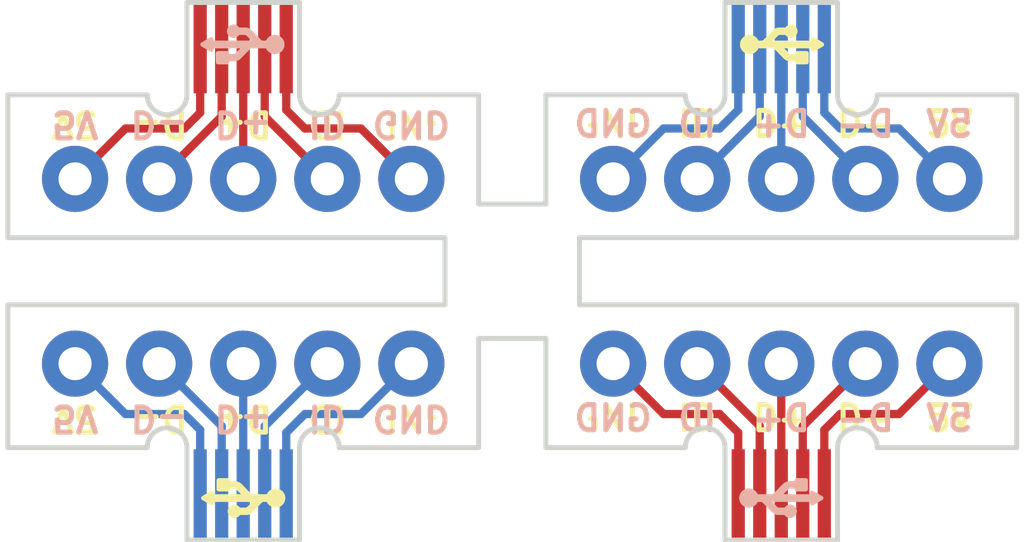
<source format=kicad_pcb>
(kicad_pcb (version 20171130) (host pcbnew "(5.1.6)-1")

  (general
    (thickness 0.6)
    (drawings 84)
    (tracks 60)
    (zones 0)
    (modules 33)
    (nets 6)
  )

  (page A4)
  (layers
    (0 F.Cu signal)
    (31 B.Cu signal)
    (32 B.Adhes user)
    (33 F.Adhes user)
    (34 B.Paste user)
    (35 F.Paste user)
    (36 B.SilkS user)
    (37 F.SilkS user)
    (38 B.Mask user)
    (39 F.Mask user)
    (40 Dwgs.User user)
    (41 Cmts.User user)
    (42 Eco1.User user)
    (43 Eco2.User user)
    (44 Edge.Cuts user)
    (45 Margin user)
    (46 B.CrtYd user)
    (47 F.CrtYd user)
    (48 B.Fab user hide)
    (49 F.Fab user hide)
  )

  (setup
    (last_trace_width 0.25)
    (trace_clearance 0.2)
    (zone_clearance 0.508)
    (zone_45_only no)
    (trace_min 0.2)
    (via_size 0.8)
    (via_drill 0.4)
    (via_min_size 0.4)
    (via_min_drill 0.3)
    (uvia_size 0.3)
    (uvia_drill 0.1)
    (uvias_allowed no)
    (uvia_min_size 0.2)
    (uvia_min_drill 0.1)
    (edge_width 0.15)
    (segment_width 0.2)
    (pcb_text_width 0.3)
    (pcb_text_size 1.5 1.5)
    (mod_edge_width 0.15)
    (mod_text_size 1 1)
    (mod_text_width 0.15)
    (pad_size 0.64516 0.64516)
    (pad_drill 0.64516)
    (pad_to_mask_clearance 0.051)
    (solder_mask_min_width 0.25)
    (aux_axis_origin 0 0)
    (visible_elements 7FFFFFFF)
    (pcbplotparams
      (layerselection 0x030f0_ffffffff)
      (usegerberextensions false)
      (usegerberattributes false)
      (usegerberadvancedattributes false)
      (creategerberjobfile false)
      (excludeedgelayer true)
      (linewidth 0.100000)
      (plotframeref false)
      (viasonmask false)
      (mode 1)
      (useauxorigin false)
      (hpglpennumber 1)
      (hpglpenspeed 20)
      (hpglpendiameter 15.000000)
      (psnegative false)
      (psa4output false)
      (plotreference true)
      (plotvalue true)
      (plotinvisibletext false)
      (padsonsilk false)
      (subtractmaskfromsilk false)
      (outputformat 1)
      (mirror false)
      (drillshape 0)
      (scaleselection 1)
      (outputdirectory "usbreakoutgerbs/"))
  )

  (net 0 "")
  (net 1 GNDREF)
  (net 2 /VBUS)
  (net 3 /D+)
  (net 4 /D-)
  (net 5 "Net-(J2-Pad4)")

  (net_class Default "This is the default net class."
    (clearance 0.2)
    (trace_width 0.25)
    (via_dia 0.8)
    (via_drill 0.4)
    (uvia_dia 0.3)
    (uvia_drill 0.1)
    (add_net /D+)
    (add_net /D-)
    (add_net /VBUS)
    (add_net GNDREF)
    (add_net "Net-(J2-Pad4)")
  )

  (module microusb_plug_goof:usb (layer B.Cu) (tedit 0) (tstamp 5F167536)
    (at 86.3364 88.9 180)
    (fp_text reference G*** (at 0 0) (layer B.SilkS) hide
      (effects (font (size 1.524 1.524) (thickness 0.3)) (justify mirror))
    )
    (fp_text value LOGO (at 0.75 0) (layer B.SilkS) hide
      (effects (font (size 1.524 1.524) (thickness 0.3)) (justify mirror))
    )
    (fp_poly (pts (xy 0.320922 0.590741) (xy 0.356025 0.576682) (xy 0.388559 0.555466) (xy 0.409659 0.535885)
      (xy 0.435125 0.503016) (xy 0.452906 0.467687) (xy 0.463012 0.430811) (xy 0.465455 0.393301)
      (xy 0.460245 0.356071) (xy 0.447394 0.320032) (xy 0.426911 0.286099) (xy 0.406417 0.26245)
      (xy 0.375614 0.236727) (xy 0.341742 0.218492) (xy 0.315235 0.20969) (xy 0.275443 0.203358)
      (xy 0.237008 0.205344) (xy 0.200202 0.21557) (xy 0.165298 0.233957) (xy 0.132568 0.260427)
      (xy 0.129737 0.263204) (xy 0.100724 0.292101) (xy 0.004853 0.291989) (xy -0.027144 0.29187)
      (xy -0.051858 0.291544) (xy -0.070474 0.290931) (xy -0.084174 0.289954) (xy -0.094142 0.288532)
      (xy -0.101561 0.286589) (xy -0.106509 0.284581) (xy -0.114364 0.279091) (xy -0.127197 0.267885)
      (xy -0.144367 0.251581) (xy -0.165232 0.230796) (xy -0.189151 0.206147) (xy -0.201008 0.193676)
      (xy -0.280015 0.110067) (xy 0.872066 0.110067) (xy 0.872066 0.141191) (xy 0.872611 0.15935)
      (xy 0.874645 0.171941) (xy 0.878772 0.181817) (xy 0.881591 0.18631) (xy 0.896414 0.203829)
      (xy 0.912641 0.213887) (xy 0.931977 0.217484) (xy 0.9348 0.217529) (xy 0.940537 0.21726)
      (xy 0.946681 0.216188) (xy 0.954024 0.213916) (xy 0.963356 0.210048) (xy 0.975468 0.204185)
      (xy 0.991151 0.195933) (xy 1.011195 0.184892) (xy 1.036391 0.170667) (xy 1.06753 0.15286)
      (xy 1.094523 0.13734) (xy 1.126392 0.11889) (xy 1.156403 0.101321) (xy 1.183653 0.085175)
      (xy 1.207234 0.070999) (xy 1.226241 0.059337) (xy 1.239767 0.050734) (xy 1.246908 0.045735)
      (xy 1.247153 0.045526) (xy 1.259911 0.029229) (xy 1.266195 0.00968) (xy 1.266005 -0.010913)
      (xy 1.259337 -0.030342) (xy 1.247217 -0.045525) (xy 1.240592 -0.05024) (xy 1.227514 -0.058598)
      (xy 1.208888 -0.070054) (xy 1.18562 -0.084064) (xy 1.158616 -0.100083) (xy 1.12878 -0.117566)
      (xy 1.097018 -0.135968) (xy 1.094637 -0.137339) (xy 1.058655 -0.158012) (xy 1.029194 -0.174815)
      (xy 1.005463 -0.188144) (xy 0.986671 -0.198395) (xy 0.972027 -0.205967) (xy 0.96074 -0.211255)
      (xy 0.952018 -0.214657) (xy 0.945072 -0.21657) (xy 0.93911 -0.21739) (xy 0.93485 -0.217528)
      (xy 0.914976 -0.214707) (xy 0.898449 -0.205572) (xy 0.883552 -0.189118) (xy 0.881591 -0.186309)
      (xy 0.876279 -0.176725) (xy 0.87334 -0.165759) (xy 0.872174 -0.15056) (xy 0.872066 -0.14119)
      (xy 0.872066 -0.110066) (xy 0.053531 -0.110066) (xy 0.087169 -0.144991) (xy 0.102651 -0.161127)
      (xy 0.121796 -0.181171) (xy 0.142457 -0.202872) (xy 0.162489 -0.223979) (xy 0.167884 -0.229678)
      (xy 0.187541 -0.24981) (xy 0.20497 -0.266404) (xy 0.219143 -0.278533) (xy 0.229033 -0.28527)
      (xy 0.230111 -0.28577) (xy 0.238196 -0.288217) (xy 0.249791 -0.289992) (xy 0.266084 -0.291177)
      (xy 0.288264 -0.29185) (xy 0.317518 -0.292095) (xy 0.323131 -0.292099) (xy 0.401 -0.292099)
      (xy 0.403835 -0.26798) (xy 0.410031 -0.243618) (xy 0.421908 -0.224258) (xy 0.438743 -0.210994)
      (xy 0.442805 -0.2091) (xy 0.448496 -0.207438) (xy 0.457329 -0.2061) (xy 0.470106 -0.205055)
      (xy 0.487633 -0.204275) (xy 0.510712 -0.203729) (xy 0.540147 -0.20339) (xy 0.576742 -0.203226)
      (xy 0.603595 -0.203199) (xy 0.642755 -0.203215) (xy 0.674375 -0.203298) (xy 0.699381 -0.2035)
      (xy 0.718702 -0.203874) (xy 0.733262 -0.204473) (xy 0.743991 -0.205348) (xy 0.751814 -0.206553)
      (xy 0.757657 -0.208141) (xy 0.762449 -0.210162) (xy 0.766714 -0.212445) (xy 0.783388 -0.226467)
      (xy 0.791788 -0.239504) (xy 0.794064 -0.244546) (xy 0.79589 -0.249899) (xy 0.797305 -0.256482)
      (xy 0.798351 -0.26522) (xy 0.799068 -0.277032) (xy 0.799497 -0.292841) (xy 0.799678 -0.313568)
      (xy 0.799653 -0.340135) (xy 0.799461 -0.373465) (xy 0.799197 -0.407754) (xy 0.798859 -0.447468)
      (xy 0.798517 -0.479603) (xy 0.798114 -0.505046) (xy 0.797595 -0.524684) (xy 0.796905 -0.539405)
      (xy 0.795989 -0.550095) (xy 0.794792 -0.557642) (xy 0.793257 -0.562932) (xy 0.79133 -0.566854)
      (xy 0.789074 -0.570137) (xy 0.779099 -0.580585) (xy 0.766818 -0.589928) (xy 0.76579 -0.59055)
      (xy 0.761488 -0.592838) (xy 0.756549 -0.594681) (xy 0.750048 -0.596135) (xy 0.741059 -0.597252)
      (xy 0.728657 -0.598088) (xy 0.711917 -0.598695) (xy 0.689913 -0.599129) (xy 0.661719 -0.599442)
      (xy 0.626411 -0.59969) (xy 0.607483 -0.599797) (xy 0.571775 -0.599872) (xy 0.538709 -0.599713)
      (xy 0.509324 -0.599342) (xy 0.48466 -0.59878) (xy 0.465755 -0.598048) (xy 0.453649 -0.597167)
      (xy 0.450067 -0.596573) (xy 0.431461 -0.586846) (xy 0.416616 -0.570697) (xy 0.406548 -0.549708)
      (xy 0.402269 -0.525465) (xy 0.40219 -0.521758) (xy 0.402166 -0.508) (xy 0.309922 -0.508)
      (xy 0.274712 -0.507811) (xy 0.246806 -0.507205) (xy 0.225047 -0.506116) (xy 0.20828 -0.504481)
      (xy 0.195349 -0.502238) (xy 0.192447 -0.50154) (xy 0.16683 -0.493203) (xy 0.138525 -0.481117)
      (xy 0.110711 -0.466839) (xy 0.086569 -0.451925) (xy 0.077603 -0.445305) (xy 0.070344 -0.438784)
      (xy 0.057948 -0.426775) (xy 0.041079 -0.409957) (xy 0.020404 -0.389008) (xy -0.003414 -0.364606)
      (xy -0.029708 -0.33743) (xy -0.057814 -0.308158) (xy -0.087066 -0.277468) (xy -0.089395 -0.275015)
      (xy -0.118271 -0.244714) (xy -0.145699 -0.216168) (xy -0.171071 -0.189995) (xy -0.193777 -0.166812)
      (xy -0.213208 -0.147237) (xy -0.228755 -0.131887) (xy -0.239808 -0.121379) (xy -0.245759 -0.116333)
      (xy -0.246164 -0.116091) (xy -0.249999 -0.114739) (xy -0.256286 -0.113598) (xy -0.265674 -0.11265)
      (xy -0.278815 -0.111879) (xy -0.296359 -0.11127) (xy -0.318958 -0.110806) (xy -0.347261 -0.11047)
      (xy -0.381921 -0.110245) (xy -0.423587 -0.110117) (xy -0.472911 -0.110068) (xy -0.486119 -0.110066)
      (xy -0.714424 -0.110066) (xy -0.726225 -0.13339) (xy -0.749764 -0.170902) (xy -0.780038 -0.204766)
      (xy -0.815751 -0.234011) (xy -0.855606 -0.257666) (xy -0.898307 -0.27476) (xy -0.923747 -0.281262)
      (xy -0.969212 -0.287208) (xy -1.012525 -0.285857) (xy -1.055225 -0.276994) (xy -1.098853 -0.260408)
      (xy -1.108951 -0.255591) (xy -1.14973 -0.230888) (xy -1.185526 -0.199915) (xy -1.215667 -0.163627)
      (xy -1.23948 -0.122978) (xy -1.256292 -0.078925) (xy -1.265291 -0.03369) (xy -1.266977 0.016243)
      (xy -1.260577 0.063662) (xy -1.246093 0.10857) (xy -1.223522 0.150969) (xy -1.192865 0.190861)
      (xy -1.180918 0.203532) (xy -1.144181 0.234922) (xy -1.10367 0.259097) (xy -1.060277 0.27591)
      (xy -1.014894 0.28521) (xy -0.968413 0.286848) (xy -0.921725 0.280675) (xy -0.875723 0.266543)
      (xy -0.856126 0.25786) (xy -0.815951 0.2342) (xy -0.780079 0.204843) (xy -0.749779 0.171024)
      (xy -0.72632 0.133978) (xy -0.724013 0.12935) (xy -0.714679 0.110067) (xy -0.656421 0.110067)
      (xy -0.633852 0.110399) (xy -0.613263 0.111305) (xy -0.596682 0.112657) (xy -0.586134 0.114323)
      (xy -0.584925 0.114682) (xy -0.578554 0.118919) (xy -0.566968 0.129035) (xy -0.550097 0.145102)
      (xy -0.52787 0.167189) (xy -0.500215 0.195368) (xy -0.467062 0.229709) (xy -0.42834 0.270282)
      (xy -0.424867 0.273939) (xy -0.395247 0.304977) (xy -0.366588 0.334706) (xy -0.33957 0.36244)
      (xy -0.314872 0.387496) (xy -0.293173 0.40919) (xy -0.275154 0.426836) (xy -0.261495 0.439751)
      (xy -0.252874 0.447251) (xy -0.252266 0.447713) (xy -0.234355 0.459829) (xy -0.213531 0.47222)
      (xy -0.19685 0.48094) (xy -0.179932 0.488693) (xy -0.164591 0.494817) (xy -0.149506 0.499501)
      (xy -0.133354 0.502935) (xy -0.114813 0.505308) (xy -0.09256 0.506811) (xy -0.065273 0.507631)
      (xy -0.031629 0.50796) (xy -0.008088 0.508) (xy 0.10058 0.508) (xy 0.115876 0.526668)
      (xy 0.14407 0.55485) (xy 0.176074 0.576075) (xy 0.210824 0.59031) (xy 0.247258 0.597522)
      (xy 0.284312 0.597677) (xy 0.320922 0.590741)) (layer B.SilkS) (width 0.01))
  )

  (module microusb_plug_goof:usb (layer F.Cu) (tedit 0) (tstamp 5F167536)
    (at 102.6396 88.9)
    (fp_text reference G*** (at 0 0) (layer F.SilkS) hide
      (effects (font (size 1.524 1.524) (thickness 0.3)))
    )
    (fp_text value LOGO (at 0.75 0) (layer F.SilkS) hide
      (effects (font (size 1.524 1.524) (thickness 0.3)))
    )
    (fp_poly (pts (xy 0.320922 -0.590741) (xy 0.356025 -0.576682) (xy 0.388559 -0.555466) (xy 0.409659 -0.535885)
      (xy 0.435125 -0.503016) (xy 0.452906 -0.467687) (xy 0.463012 -0.430811) (xy 0.465455 -0.393301)
      (xy 0.460245 -0.356071) (xy 0.447394 -0.320032) (xy 0.426911 -0.286099) (xy 0.406417 -0.26245)
      (xy 0.375614 -0.236727) (xy 0.341742 -0.218492) (xy 0.315235 -0.20969) (xy 0.275443 -0.203358)
      (xy 0.237008 -0.205344) (xy 0.200202 -0.21557) (xy 0.165298 -0.233957) (xy 0.132568 -0.260427)
      (xy 0.129737 -0.263204) (xy 0.100724 -0.292101) (xy 0.004853 -0.291989) (xy -0.027144 -0.29187)
      (xy -0.051858 -0.291544) (xy -0.070474 -0.290931) (xy -0.084174 -0.289954) (xy -0.094142 -0.288532)
      (xy -0.101561 -0.286589) (xy -0.106509 -0.284581) (xy -0.114364 -0.279091) (xy -0.127197 -0.267885)
      (xy -0.144367 -0.251581) (xy -0.165232 -0.230796) (xy -0.189151 -0.206147) (xy -0.201008 -0.193676)
      (xy -0.280015 -0.110067) (xy 0.872066 -0.110067) (xy 0.872066 -0.141191) (xy 0.872611 -0.15935)
      (xy 0.874645 -0.171941) (xy 0.878772 -0.181817) (xy 0.881591 -0.18631) (xy 0.896414 -0.203829)
      (xy 0.912641 -0.213887) (xy 0.931977 -0.217484) (xy 0.9348 -0.217529) (xy 0.940537 -0.21726)
      (xy 0.946681 -0.216188) (xy 0.954024 -0.213916) (xy 0.963356 -0.210048) (xy 0.975468 -0.204185)
      (xy 0.991151 -0.195933) (xy 1.011195 -0.184892) (xy 1.036391 -0.170667) (xy 1.06753 -0.15286)
      (xy 1.094523 -0.13734) (xy 1.126392 -0.11889) (xy 1.156403 -0.101321) (xy 1.183653 -0.085175)
      (xy 1.207234 -0.070999) (xy 1.226241 -0.059337) (xy 1.239767 -0.050734) (xy 1.246908 -0.045735)
      (xy 1.247153 -0.045526) (xy 1.259911 -0.029229) (xy 1.266195 -0.00968) (xy 1.266005 0.010913)
      (xy 1.259337 0.030342) (xy 1.247217 0.045525) (xy 1.240592 0.05024) (xy 1.227514 0.058598)
      (xy 1.208888 0.070054) (xy 1.18562 0.084064) (xy 1.158616 0.100083) (xy 1.12878 0.117566)
      (xy 1.097018 0.135968) (xy 1.094637 0.137339) (xy 1.058655 0.158012) (xy 1.029194 0.174815)
      (xy 1.005463 0.188144) (xy 0.986671 0.198395) (xy 0.972027 0.205967) (xy 0.96074 0.211255)
      (xy 0.952018 0.214657) (xy 0.945072 0.21657) (xy 0.93911 0.21739) (xy 0.93485 0.217528)
      (xy 0.914976 0.214707) (xy 0.898449 0.205572) (xy 0.883552 0.189118) (xy 0.881591 0.186309)
      (xy 0.876279 0.176725) (xy 0.87334 0.165759) (xy 0.872174 0.15056) (xy 0.872066 0.14119)
      (xy 0.872066 0.110066) (xy 0.053531 0.110066) (xy 0.087169 0.144991) (xy 0.102651 0.161127)
      (xy 0.121796 0.181171) (xy 0.142457 0.202872) (xy 0.162489 0.223979) (xy 0.167884 0.229678)
      (xy 0.187541 0.24981) (xy 0.20497 0.266404) (xy 0.219143 0.278533) (xy 0.229033 0.28527)
      (xy 0.230111 0.28577) (xy 0.238196 0.288217) (xy 0.249791 0.289992) (xy 0.266084 0.291177)
      (xy 0.288264 0.29185) (xy 0.317518 0.292095) (xy 0.323131 0.292099) (xy 0.401 0.292099)
      (xy 0.403835 0.26798) (xy 0.410031 0.243618) (xy 0.421908 0.224258) (xy 0.438743 0.210994)
      (xy 0.442805 0.2091) (xy 0.448496 0.207438) (xy 0.457329 0.2061) (xy 0.470106 0.205055)
      (xy 0.487633 0.204275) (xy 0.510712 0.203729) (xy 0.540147 0.20339) (xy 0.576742 0.203226)
      (xy 0.603595 0.203199) (xy 0.642755 0.203215) (xy 0.674375 0.203298) (xy 0.699381 0.2035)
      (xy 0.718702 0.203874) (xy 0.733262 0.204473) (xy 0.743991 0.205348) (xy 0.751814 0.206553)
      (xy 0.757657 0.208141) (xy 0.762449 0.210162) (xy 0.766714 0.212445) (xy 0.783388 0.226467)
      (xy 0.791788 0.239504) (xy 0.794064 0.244546) (xy 0.79589 0.249899) (xy 0.797305 0.256482)
      (xy 0.798351 0.26522) (xy 0.799068 0.277032) (xy 0.799497 0.292841) (xy 0.799678 0.313568)
      (xy 0.799653 0.340135) (xy 0.799461 0.373465) (xy 0.799197 0.407754) (xy 0.798859 0.447468)
      (xy 0.798517 0.479603) (xy 0.798114 0.505046) (xy 0.797595 0.524684) (xy 0.796905 0.539405)
      (xy 0.795989 0.550095) (xy 0.794792 0.557642) (xy 0.793257 0.562932) (xy 0.79133 0.566854)
      (xy 0.789074 0.570137) (xy 0.779099 0.580585) (xy 0.766818 0.589928) (xy 0.76579 0.59055)
      (xy 0.761488 0.592838) (xy 0.756549 0.594681) (xy 0.750048 0.596135) (xy 0.741059 0.597252)
      (xy 0.728657 0.598088) (xy 0.711917 0.598695) (xy 0.689913 0.599129) (xy 0.661719 0.599442)
      (xy 0.626411 0.59969) (xy 0.607483 0.599797) (xy 0.571775 0.599872) (xy 0.538709 0.599713)
      (xy 0.509324 0.599342) (xy 0.48466 0.59878) (xy 0.465755 0.598048) (xy 0.453649 0.597167)
      (xy 0.450067 0.596573) (xy 0.431461 0.586846) (xy 0.416616 0.570697) (xy 0.406548 0.549708)
      (xy 0.402269 0.525465) (xy 0.40219 0.521758) (xy 0.402166 0.508) (xy 0.309922 0.508)
      (xy 0.274712 0.507811) (xy 0.246806 0.507205) (xy 0.225047 0.506116) (xy 0.20828 0.504481)
      (xy 0.195349 0.502238) (xy 0.192447 0.50154) (xy 0.16683 0.493203) (xy 0.138525 0.481117)
      (xy 0.110711 0.466839) (xy 0.086569 0.451925) (xy 0.077603 0.445305) (xy 0.070344 0.438784)
      (xy 0.057948 0.426775) (xy 0.041079 0.409957) (xy 0.020404 0.389008) (xy -0.003414 0.364606)
      (xy -0.029708 0.33743) (xy -0.057814 0.308158) (xy -0.087066 0.277468) (xy -0.089395 0.275015)
      (xy -0.118271 0.244714) (xy -0.145699 0.216168) (xy -0.171071 0.189995) (xy -0.193777 0.166812)
      (xy -0.213208 0.147237) (xy -0.228755 0.131887) (xy -0.239808 0.121379) (xy -0.245759 0.116333)
      (xy -0.246164 0.116091) (xy -0.249999 0.114739) (xy -0.256286 0.113598) (xy -0.265674 0.11265)
      (xy -0.278815 0.111879) (xy -0.296359 0.11127) (xy -0.318958 0.110806) (xy -0.347261 0.11047)
      (xy -0.381921 0.110245) (xy -0.423587 0.110117) (xy -0.472911 0.110068) (xy -0.486119 0.110066)
      (xy -0.714424 0.110066) (xy -0.726225 0.13339) (xy -0.749764 0.170902) (xy -0.780038 0.204766)
      (xy -0.815751 0.234011) (xy -0.855606 0.257666) (xy -0.898307 0.27476) (xy -0.923747 0.281262)
      (xy -0.969212 0.287208) (xy -1.012525 0.285857) (xy -1.055225 0.276994) (xy -1.098853 0.260408)
      (xy -1.108951 0.255591) (xy -1.14973 0.230888) (xy -1.185526 0.199915) (xy -1.215667 0.163627)
      (xy -1.23948 0.122978) (xy -1.256292 0.078925) (xy -1.265291 0.03369) (xy -1.266977 -0.016243)
      (xy -1.260577 -0.063662) (xy -1.246093 -0.10857) (xy -1.223522 -0.150969) (xy -1.192865 -0.190861)
      (xy -1.180918 -0.203532) (xy -1.144181 -0.234922) (xy -1.10367 -0.259097) (xy -1.060277 -0.27591)
      (xy -1.014894 -0.28521) (xy -0.968413 -0.286848) (xy -0.921725 -0.280675) (xy -0.875723 -0.266543)
      (xy -0.856126 -0.25786) (xy -0.815951 -0.2342) (xy -0.780079 -0.204843) (xy -0.749779 -0.171024)
      (xy -0.72632 -0.133978) (xy -0.724013 -0.12935) (xy -0.714679 -0.110067) (xy -0.656421 -0.110067)
      (xy -0.633852 -0.110399) (xy -0.613263 -0.111305) (xy -0.596682 -0.112657) (xy -0.586134 -0.114323)
      (xy -0.584925 -0.114682) (xy -0.578554 -0.118919) (xy -0.566968 -0.129035) (xy -0.550097 -0.145102)
      (xy -0.52787 -0.167189) (xy -0.500215 -0.195368) (xy -0.467062 -0.229709) (xy -0.42834 -0.270282)
      (xy -0.424867 -0.273939) (xy -0.395247 -0.304977) (xy -0.366588 -0.334706) (xy -0.33957 -0.36244)
      (xy -0.314872 -0.387496) (xy -0.293173 -0.40919) (xy -0.275154 -0.426836) (xy -0.261495 -0.439751)
      (xy -0.252874 -0.447251) (xy -0.252266 -0.447713) (xy -0.234355 -0.459829) (xy -0.213531 -0.47222)
      (xy -0.19685 -0.48094) (xy -0.179932 -0.488693) (xy -0.164591 -0.494817) (xy -0.149506 -0.499501)
      (xy -0.133354 -0.502935) (xy -0.114813 -0.505308) (xy -0.09256 -0.506811) (xy -0.065273 -0.507631)
      (xy -0.031629 -0.50796) (xy -0.008088 -0.508) (xy 0.10058 -0.508) (xy 0.115876 -0.526668)
      (xy 0.14407 -0.55485) (xy 0.176074 -0.576075) (xy 0.210824 -0.59031) (xy 0.247258 -0.597522)
      (xy 0.284312 -0.597677) (xy 0.320922 -0.590741)) (layer F.SilkS) (width 0.01))
  )

  (module Connector:Banana_Jack_1Pin (layer F.Cu) (tedit 5F1608C3) (tstamp 5F1674B3)
    (at 94.488 97.282)
    (descr "Single banana socket, footprint - 6mm drill")
    (tags "banana socket")
    (fp_text reference REF** (at 0 -6.5) (layer F.SilkS) hide
      (effects (font (size 1 1) (thickness 0.15)))
    )
    (fp_text value Banana_Jack_1Pin (at -0.25 6.5) (layer F.Fab)
      (effects (font (size 1 1) (thickness 0.15)))
    )
    (pad "" np_thru_hole circle (at 0 0) (size 0.64516 0.64516) (drill 0.64516) (layers *.Cu *.Mask))
    (model ${KISYS3DMOD}/Connector.3dshapes/Banana_Jack_1Pin.wrl
      (at (xyz 0 0 0))
      (scale (xyz 2 2 2))
      (rotate (xyz 0 0 0))
    )
  )

  (module Connector:Banana_Jack_1Pin (layer F.Cu) (tedit 5F1608C3) (tstamp 5F1674B3)
    (at 94.488 94.234)
    (descr "Single banana socket, footprint - 6mm drill")
    (tags "banana socket")
    (fp_text reference REF** (at 0 -6.5) (layer F.SilkS) hide
      (effects (font (size 1 1) (thickness 0.15)))
    )
    (fp_text value Banana_Jack_1Pin (at -0.25 6.5) (layer F.Fab)
      (effects (font (size 1 1) (thickness 0.15)))
    )
    (pad "" np_thru_hole circle (at 0 0) (size 0.64516 0.64516) (drill 0.64516) (layers *.Cu *.Mask))
    (model ${KISYS3DMOD}/Connector.3dshapes/Banana_Jack_1Pin.wrl
      (at (xyz 0 0 0))
      (scale (xyz 2 2 2))
      (rotate (xyz 0 0 0))
    )
  )

  (module Connector:Banana_Jack_1Pin (layer F.Cu) (tedit 5F1608C3) (tstamp 5F1674B3)
    (at 96.012 95.758)
    (descr "Single banana socket, footprint - 6mm drill")
    (tags "banana socket")
    (fp_text reference REF** (at 0 -6.5) (layer F.SilkS) hide
      (effects (font (size 1 1) (thickness 0.15)))
    )
    (fp_text value Banana_Jack_1Pin (at -0.25 6.5) (layer F.Fab)
      (effects (font (size 1 1) (thickness 0.15)))
    )
    (pad "" np_thru_hole circle (at 0 0) (size 0.64516 0.64516) (drill 0.64516) (layers *.Cu *.Mask))
    (model ${KISYS3DMOD}/Connector.3dshapes/Banana_Jack_1Pin.wrl
      (at (xyz 0 0 0))
      (scale (xyz 2 2 2))
      (rotate (xyz 0 0 0))
    )
  )

  (module Connector:Banana_Jack_1Pin (layer F.Cu) (tedit 5F1608C3) (tstamp 5F1674B3)
    (at 92.964 95.758)
    (descr "Single banana socket, footprint - 6mm drill")
    (tags "banana socket")
    (fp_text reference REF** (at 0 -6.5) (layer F.SilkS) hide
      (effects (font (size 1 1) (thickness 0.15)))
    )
    (fp_text value Banana_Jack_1Pin (at -0.25 6.5) (layer F.Fab)
      (effects (font (size 1 1) (thickness 0.15)))
    )
    (pad "" np_thru_hole circle (at 0 0) (size 0.64516 0.64516) (drill 0.64516) (layers *.Cu *.Mask))
    (model ${KISYS3DMOD}/Connector.3dshapes/Banana_Jack_1Pin.wrl
      (at (xyz 0 0 0))
      (scale (xyz 2 2 2))
      (rotate (xyz 0 0 0))
    )
  )

  (module Connector:Banana_Jack_1Pin (layer F.Cu) (tedit 5F1608C3) (tstamp 5F16741D)
    (at 94.488 95.758)
    (descr "Single banana socket, footprint - 6mm drill")
    (tags "banana socket")
    (fp_text reference REF** (at 0 -6.5) (layer F.SilkS) hide
      (effects (font (size 1 1) (thickness 0.15)))
    )
    (fp_text value Banana_Jack_1Pin (at -0.25 6.5) (layer F.Fab)
      (effects (font (size 1 1) (thickness 0.15)))
    )
    (pad "" np_thru_hole circle (at 0 0) (size 0.64516 0.64516) (drill 0.64516) (layers *.Cu *.Mask))
    (model ${KISYS3DMOD}/Connector.3dshapes/Banana_Jack_1Pin.wrl
      (at (xyz 0 0 0))
      (scale (xyz 2 2 2))
      (rotate (xyz 0 0 0))
    )
  )

  (module Connector_Pin:Pin_D1.0mm_L10.0mm (layer B.Cu) (tedit 5CDE705B) (tstamp 5F16114F)
    (at 105.156 92.964)
    (descr "solder Pin_ diameter 1.0mm, hole diameter 1.0mm (press fit), length 10.0mm")
    (tags "solder Pin_ press fit")
    (fp_text reference REF** (at 0 -2.25) (layer B.SilkS) hide
      (effects (font (size 1 1) (thickness 0.15)) (justify mirror))
    )
    (fp_text value Pin_D1.0mm_L10.0mm (at 0 2.05) (layer B.Fab)
      (effects (font (size 1 1) (thickness 0.15)) (justify mirror))
    )
    (fp_circle (center 0 0) (end 0.5 0) (layer B.Fab) (width 0.12))
    (fp_circle (center 0 0) (end 1.143 0) (layer B.CrtYd) (width 0.05))
    (fp_text user %R (at 0 -2.25) (layer B.Fab)
      (effects (font (size 1 1) (thickness 0.15)) (justify mirror))
    )
    (pad 1 thru_hole circle (at 0 0) (size 2 2) (drill 1) (layers *.Cu *.Mask))
    (model ${KISYS3DMOD}/Connector_Pin.3dshapes/Pin_D1.0mm_L10.0mm.wrl
      (at (xyz 0 0 0))
      (scale (xyz 1 1 1))
      (rotate (xyz 0 0 0))
    )
  )

  (module Connector_Pin:Pin_D1.0mm_L10.0mm (layer B.Cu) (tedit 5CDE7060) (tstamp 5F161148)
    (at 107.696 92.964)
    (descr "solder Pin_ diameter 1.0mm, hole diameter 1.0mm (press fit), length 10.0mm")
    (tags "solder Pin_ press fit")
    (fp_text reference REF** (at 0 -2.25) (layer B.SilkS) hide
      (effects (font (size 1 1) (thickness 0.15)) (justify mirror))
    )
    (fp_text value Pin_D1.0mm_L10.0mm (at 0 2.05) (layer B.Fab)
      (effects (font (size 1 1) (thickness 0.15)) (justify mirror))
    )
    (fp_circle (center 0 0) (end 1.143 0) (layer B.CrtYd) (width 0.05))
    (fp_circle (center 0 0) (end 0.5 0) (layer B.Fab) (width 0.12))
    (fp_text user %R (at 0 -2.25) (layer B.Fab)
      (effects (font (size 1 1) (thickness 0.15)) (justify mirror))
    )
    (pad 1 thru_hole circle (at 0 0) (size 2 2) (drill 1) (layers *.Cu *.Mask))
    (model ${KISYS3DMOD}/Connector_Pin.3dshapes/Pin_D1.0mm_L10.0mm.wrl
      (at (xyz 0 0 0))
      (scale (xyz 1 1 1))
      (rotate (xyz 0 0 0))
    )
  )

  (module Connector_Pin:Pin_D1.0mm_L10.0mm (layer B.Cu) (tedit 5CDE7039) (tstamp 5F161141)
    (at 100.076 92.964)
    (descr "solder Pin_ diameter 1.0mm, hole diameter 1.0mm (press fit), length 10.0mm")
    (tags "solder Pin_ press fit")
    (fp_text reference REF** (at 0 -2.25) (layer B.SilkS) hide
      (effects (font (size 1 1) (thickness 0.15)) (justify mirror))
    )
    (fp_text value Pin_D1.0mm_L10.0mm (at 0 2.05) (layer B.Fab)
      (effects (font (size 1 1) (thickness 0.15)) (justify mirror))
    )
    (fp_circle (center 0 0) (end 0.5 0) (layer B.Fab) (width 0.12))
    (fp_circle (center 0 0) (end 1.143 0) (layer B.CrtYd) (width 0.05))
    (fp_text user %R (at 0 -2.25) (layer B.Fab)
      (effects (font (size 1 1) (thickness 0.15)) (justify mirror))
    )
    (pad 1 thru_hole circle (at 0 0) (size 2 2) (drill 1) (layers *.Cu *.Mask))
    (model ${KISYS3DMOD}/Connector_Pin.3dshapes/Pin_D1.0mm_L10.0mm.wrl
      (at (xyz 0 0 0))
      (scale (xyz 1 1 1))
      (rotate (xyz 0 0 0))
    )
  )

  (module microusb_plug_goof:microusb_PCB_socket (layer F.Cu) (tedit 5CDE7049) (tstamp 5F161135)
    (at 86.36 89.024)
    (descr "Wire Pad, Square, SMD Pad,  5mm x 10mm,")
    (tags "MesurementPoint Square SMDPad 5mmx10mm ")
    (path /5CC96725)
    (attr smd)
    (fp_text reference J1 (at 0 -2.286 180) (layer F.SilkS) hide
      (effects (font (size 1 1) (thickness 0.15)))
    )
    (fp_text value microusb_pcb_socket (at 0 2.54 180) (layer F.Fab)
      (effects (font (size 1 1) (thickness 0.15)))
    )
    (fp_line (start 1.524 -1.37) (end -1.524 -1.37) (layer F.CrtYd) (width 0.05))
    (fp_line (start 1.524 1.37) (end 1.524 -1.37) (layer F.CrtYd) (width 0.05))
    (fp_line (start -1.524 1.37) (end 1.524 1.37) (layer F.CrtYd) (width 0.05))
    (fp_line (start -1.524 -1.37) (end -1.524 1.37) (layer F.CrtYd) (width 0.05))
    (pad 5 smd rect (at 1.3 0) (size 0.4 2.7) (layers F.Cu F.Paste F.Mask))
    (pad 4 smd rect (at 0.65 0) (size 0.4 2.7) (layers F.Cu F.Paste F.Mask))
    (pad 1 smd rect (at -1.3 0) (size 0.4 2.7) (layers F.Cu F.Paste F.Mask))
    (pad 2 smd rect (at -0.65 0) (size 0.4 2.7) (layers F.Cu F.Paste F.Mask))
    (pad 3 smd rect (at 0 0) (size 0.4 2.7) (layers F.Cu F.Paste F.Mask))
  )

  (module Connector_Pin:Pin_D1.0mm_L10.0mm (layer F.Cu) (tedit 5CDE7054) (tstamp 5F16112E)
    (at 86.36 92.964 180)
    (descr "solder Pin_ diameter 1.0mm, hole diameter 1.0mm (press fit), length 10.0mm")
    (tags "solder Pin_ press fit")
    (fp_text reference REF** (at 0 2.25) (layer F.SilkS) hide
      (effects (font (size 1 1) (thickness 0.15)))
    )
    (fp_text value Pin_D1.0mm_L10.0mm (at 0 -2.05) (layer F.Fab)
      (effects (font (size 1 1) (thickness 0.15)))
    )
    (fp_circle (center 0 0) (end 1.143 0) (layer F.CrtYd) (width 0.05))
    (fp_circle (center 0 0) (end 0.5 0) (layer F.Fab) (width 0.12))
    (fp_text user %R (at 0 2.25) (layer F.Fab)
      (effects (font (size 1 1) (thickness 0.15)))
    )
    (pad 1 thru_hole circle (at 0 0 180) (size 2 2) (drill 1) (layers *.Cu *.Mask))
    (model ${KISYS3DMOD}/Connector_Pin.3dshapes/Pin_D1.0mm_L10.0mm.wrl
      (at (xyz 0 0 0))
      (scale (xyz 1 1 1))
      (rotate (xyz 0 0 0))
    )
  )

  (module Connector_Pin:Pin_D1.0mm_L10.0mm (layer B.Cu) (tedit 5CDE7054) (tstamp 5F161127)
    (at 102.616 92.964)
    (descr "solder Pin_ diameter 1.0mm, hole diameter 1.0mm (press fit), length 10.0mm")
    (tags "solder Pin_ press fit")
    (fp_text reference REF** (at 0 -2.25) (layer B.SilkS) hide
      (effects (font (size 1 1) (thickness 0.15)) (justify mirror))
    )
    (fp_text value Pin_D1.0mm_L10.0mm (at 0 2.05) (layer B.Fab)
      (effects (font (size 1 1) (thickness 0.15)) (justify mirror))
    )
    (fp_circle (center 0 0) (end 1.143 0) (layer B.CrtYd) (width 0.05))
    (fp_circle (center 0 0) (end 0.5 0) (layer B.Fab) (width 0.12))
    (fp_text user %R (at 0 -2.25) (layer B.Fab)
      (effects (font (size 1 1) (thickness 0.15)) (justify mirror))
    )
    (pad 1 thru_hole circle (at 0 0) (size 2 2) (drill 1) (layers *.Cu *.Mask))
    (model ${KISYS3DMOD}/Connector_Pin.3dshapes/Pin_D1.0mm_L10.0mm.wrl
      (at (xyz 0 0 0))
      (scale (xyz 1 1 1))
      (rotate (xyz 0 0 0))
    )
  )

  (module Connector_Pin:Pin_D1.0mm_L10.0mm (layer B.Cu) (tedit 5CDE7022) (tstamp 5F161120)
    (at 97.536 92.964)
    (descr "solder Pin_ diameter 1.0mm, hole diameter 1.0mm (press fit), length 10.0mm")
    (tags "solder Pin_ press fit")
    (fp_text reference REF** (at 0 -2.25) (layer B.SilkS) hide
      (effects (font (size 1 1) (thickness 0.15)) (justify mirror))
    )
    (fp_text value Pin_D1.0mm_L10.0mm (at 0 2.05) (layer B.Fab)
      (effects (font (size 1 1) (thickness 0.15)) (justify mirror))
    )
    (fp_circle (center 0 0) (end 0.5 0) (layer B.Fab) (width 0.12))
    (fp_circle (center 0 0) (end 1.143 0) (layer B.CrtYd) (width 0.05))
    (fp_text user %R (at 0 -2.25) (layer B.Fab)
      (effects (font (size 1 1) (thickness 0.15)) (justify mirror))
    )
    (pad 1 thru_hole circle (at 0 0) (size 2 2) (drill 1) (layers *.Cu *.Mask))
    (model ${KISYS3DMOD}/Connector_Pin.3dshapes/Pin_D1.0mm_L10.0mm.wrl
      (at (xyz 0 0 0))
      (scale (xyz 1 1 1))
      (rotate (xyz 0 0 0))
    )
  )

  (module microusb_plug_goof:microusb_PCB_socket (layer B.Cu) (tedit 5CDE7049) (tstamp 5F161114)
    (at 102.616 89.024 180)
    (descr "Wire Pad, Square, SMD Pad,  5mm x 10mm,")
    (tags "MesurementPoint Square SMDPad 5mmx10mm ")
    (path /5CC96725)
    (attr smd)
    (fp_text reference J1 (at 0 2.286 180) (layer B.SilkS) hide
      (effects (font (size 1 1) (thickness 0.15)) (justify mirror))
    )
    (fp_text value microusb_pcb_socket (at 0 -2.54 180) (layer B.Fab)
      (effects (font (size 1 1) (thickness 0.15)) (justify mirror))
    )
    (fp_line (start 1.524 1.37) (end -1.524 1.37) (layer B.CrtYd) (width 0.05))
    (fp_line (start 1.524 -1.37) (end 1.524 1.37) (layer B.CrtYd) (width 0.05))
    (fp_line (start -1.524 -1.37) (end 1.524 -1.37) (layer B.CrtYd) (width 0.05))
    (fp_line (start -1.524 1.37) (end -1.524 -1.37) (layer B.CrtYd) (width 0.05))
    (pad 3 smd rect (at 0 0 180) (size 0.4 2.7) (layers B.Cu B.Paste B.Mask))
    (pad 2 smd rect (at -0.65 0 180) (size 0.4 2.7) (layers B.Cu B.Paste B.Mask))
    (pad 1 smd rect (at -1.3 0 180) (size 0.4 2.7) (layers B.Cu B.Paste B.Mask))
    (pad 4 smd rect (at 0.65 0 180) (size 0.4 2.7) (layers B.Cu B.Paste B.Mask))
    (pad 5 smd rect (at 1.3 0 180) (size 0.4 2.7) (layers B.Cu B.Paste B.Mask))
  )

  (module Connector_Pin:Pin_D1.0mm_L10.0mm (layer F.Cu) (tedit 5CDE7022) (tstamp 5F16110C)
    (at 91.44 92.964 180)
    (descr "solder Pin_ diameter 1.0mm, hole diameter 1.0mm (press fit), length 10.0mm")
    (tags "solder Pin_ press fit")
    (fp_text reference REF** (at 0 2.25) (layer F.SilkS) hide
      (effects (font (size 1 1) (thickness 0.15)))
    )
    (fp_text value Pin_D1.0mm_L10.0mm (at 0 -2.05) (layer F.Fab)
      (effects (font (size 1 1) (thickness 0.15)))
    )
    (fp_circle (center 0 0) (end 0.5 0) (layer F.Fab) (width 0.12))
    (fp_circle (center 0 0) (end 1.143 0) (layer F.CrtYd) (width 0.05))
    (fp_text user %R (at 0 2.25) (layer F.Fab)
      (effects (font (size 1 1) (thickness 0.15)))
    )
    (pad 1 thru_hole circle (at 0 0 180) (size 2 2) (drill 1) (layers *.Cu *.Mask))
    (model ${KISYS3DMOD}/Connector_Pin.3dshapes/Pin_D1.0mm_L10.0mm.wrl
      (at (xyz 0 0 0))
      (scale (xyz 1 1 1))
      (rotate (xyz 0 0 0))
    )
  )

  (module Connector_Pin:Pin_D1.0mm_L10.0mm (layer F.Cu) (tedit 5CDE7039) (tstamp 5F161105)
    (at 88.9 92.964 180)
    (descr "solder Pin_ diameter 1.0mm, hole diameter 1.0mm (press fit), length 10.0mm")
    (tags "solder Pin_ press fit")
    (fp_text reference REF** (at 0 2.25) (layer F.SilkS) hide
      (effects (font (size 1 1) (thickness 0.15)))
    )
    (fp_text value Pin_D1.0mm_L10.0mm (at 0 -2.05) (layer F.Fab)
      (effects (font (size 1 1) (thickness 0.15)))
    )
    (fp_circle (center 0 0) (end 0.5 0) (layer F.Fab) (width 0.12))
    (fp_circle (center 0 0) (end 1.143 0) (layer F.CrtYd) (width 0.05))
    (fp_text user %R (at 0 2.25) (layer F.Fab)
      (effects (font (size 1 1) (thickness 0.15)))
    )
    (pad 1 thru_hole circle (at 0 0 180) (size 2 2) (drill 1) (layers *.Cu *.Mask))
    (model ${KISYS3DMOD}/Connector_Pin.3dshapes/Pin_D1.0mm_L10.0mm.wrl
      (at (xyz 0 0 0))
      (scale (xyz 1 1 1))
      (rotate (xyz 0 0 0))
    )
  )

  (module Connector_Pin:Pin_D1.0mm_L10.0mm (layer F.Cu) (tedit 5CDE705B) (tstamp 5F1610FE)
    (at 83.82 92.964 180)
    (descr "solder Pin_ diameter 1.0mm, hole diameter 1.0mm (press fit), length 10.0mm")
    (tags "solder Pin_ press fit")
    (fp_text reference REF** (at 0 2.25) (layer F.SilkS) hide
      (effects (font (size 1 1) (thickness 0.15)))
    )
    (fp_text value Pin_D1.0mm_L10.0mm (at 0 -2.05) (layer F.Fab)
      (effects (font (size 1 1) (thickness 0.15)))
    )
    (fp_circle (center 0 0) (end 0.5 0) (layer F.Fab) (width 0.12))
    (fp_circle (center 0 0) (end 1.143 0) (layer F.CrtYd) (width 0.05))
    (fp_text user %R (at 0 2.25) (layer F.Fab)
      (effects (font (size 1 1) (thickness 0.15)))
    )
    (pad 1 thru_hole circle (at 0 0 180) (size 2 2) (drill 1) (layers *.Cu *.Mask))
    (model ${KISYS3DMOD}/Connector_Pin.3dshapes/Pin_D1.0mm_L10.0mm.wrl
      (at (xyz 0 0 0))
      (scale (xyz 1 1 1))
      (rotate (xyz 0 0 0))
    )
  )

  (module Connector_Pin:Pin_D1.0mm_L10.0mm (layer F.Cu) (tedit 5CDE7060) (tstamp 5F1610F7)
    (at 81.28 92.964 180)
    (descr "solder Pin_ diameter 1.0mm, hole diameter 1.0mm (press fit), length 10.0mm")
    (tags "solder Pin_ press fit")
    (fp_text reference REF** (at 0 2.25) (layer F.SilkS) hide
      (effects (font (size 1 1) (thickness 0.15)))
    )
    (fp_text value Pin_D1.0mm_L10.0mm (at 0 -2.05) (layer F.Fab)
      (effects (font (size 1 1) (thickness 0.15)))
    )
    (fp_circle (center 0 0) (end 1.143 0) (layer F.CrtYd) (width 0.05))
    (fp_circle (center 0 0) (end 0.5 0) (layer F.Fab) (width 0.12))
    (fp_text user %R (at 0 2.25) (layer F.Fab)
      (effects (font (size 1 1) (thickness 0.15)))
    )
    (pad 1 thru_hole circle (at 0 0 180) (size 2 2) (drill 1) (layers *.Cu *.Mask))
    (model ${KISYS3DMOD}/Connector_Pin.3dshapes/Pin_D1.0mm_L10.0mm.wrl
      (at (xyz 0 0 0))
      (scale (xyz 1 1 1))
      (rotate (xyz 0 0 0))
    )
  )

  (module microusb_plug_goof:microusb_PCB_socket (layer B.Cu) (tedit 5CDE7049) (tstamp 5F160EAF)
    (at 86.36 102.492)
    (descr "Wire Pad, Square, SMD Pad,  5mm x 10mm,")
    (tags "MesurementPoint Square SMDPad 5mmx10mm ")
    (path /5CC96725)
    (attr smd)
    (fp_text reference J1 (at 0 2.286 180) (layer B.SilkS) hide
      (effects (font (size 1 1) (thickness 0.15)) (justify mirror))
    )
    (fp_text value microusb_pcb_socket (at 0 -2.54 180) (layer B.Fab)
      (effects (font (size 1 1) (thickness 0.15)) (justify mirror))
    )
    (fp_line (start 1.524 1.37) (end -1.524 1.37) (layer B.CrtYd) (width 0.05))
    (fp_line (start 1.524 -1.37) (end 1.524 1.37) (layer B.CrtYd) (width 0.05))
    (fp_line (start -1.524 -1.37) (end 1.524 -1.37) (layer B.CrtYd) (width 0.05))
    (fp_line (start -1.524 1.37) (end -1.524 -1.37) (layer B.CrtYd) (width 0.05))
    (pad 5 smd rect (at 1.3 0) (size 0.4 2.7) (layers B.Cu B.Paste B.Mask))
    (pad 4 smd rect (at 0.65 0) (size 0.4 2.7) (layers B.Cu B.Paste B.Mask))
    (pad 1 smd rect (at -1.3 0) (size 0.4 2.7) (layers B.Cu B.Paste B.Mask))
    (pad 2 smd rect (at -0.65 0) (size 0.4 2.7) (layers B.Cu B.Paste B.Mask))
    (pad 3 smd rect (at 0 0) (size 0.4 2.7) (layers B.Cu B.Paste B.Mask))
  )

  (module Connector_Pin:Pin_D1.0mm_L10.0mm (layer B.Cu) (tedit 5CDE7054) (tstamp 5F160EA8)
    (at 86.36 98.552 180)
    (descr "solder Pin_ diameter 1.0mm, hole diameter 1.0mm (press fit), length 10.0mm")
    (tags "solder Pin_ press fit")
    (fp_text reference REF** (at 0 -2.25) (layer B.SilkS) hide
      (effects (font (size 1 1) (thickness 0.15)) (justify mirror))
    )
    (fp_text value Pin_D1.0mm_L10.0mm (at 0 2.05) (layer B.Fab)
      (effects (font (size 1 1) (thickness 0.15)) (justify mirror))
    )
    (fp_circle (center 0 0) (end 1.143 0) (layer B.CrtYd) (width 0.05))
    (fp_circle (center 0 0) (end 0.5 0) (layer B.Fab) (width 0.12))
    (fp_text user %R (at 0 -2.25) (layer B.Fab)
      (effects (font (size 1 1) (thickness 0.15)) (justify mirror))
    )
    (pad 1 thru_hole circle (at 0 0 180) (size 2 2) (drill 1) (layers *.Cu *.Mask))
    (model ${KISYS3DMOD}/Connector_Pin.3dshapes/Pin_D1.0mm_L10.0mm.wrl
      (at (xyz 0 0 0))
      (scale (xyz 1 1 1))
      (rotate (xyz 0 0 0))
    )
  )

  (module Connector_Pin:Pin_D1.0mm_L10.0mm (layer B.Cu) (tedit 5CDE7022) (tstamp 5F160EA0)
    (at 91.44 98.552 180)
    (descr "solder Pin_ diameter 1.0mm, hole diameter 1.0mm (press fit), length 10.0mm")
    (tags "solder Pin_ press fit")
    (fp_text reference REF** (at 0 -2.25) (layer B.SilkS) hide
      (effects (font (size 1 1) (thickness 0.15)) (justify mirror))
    )
    (fp_text value Pin_D1.0mm_L10.0mm (at 0 2.05) (layer B.Fab)
      (effects (font (size 1 1) (thickness 0.15)) (justify mirror))
    )
    (fp_circle (center 0 0) (end 0.5 0) (layer B.Fab) (width 0.12))
    (fp_circle (center 0 0) (end 1.143 0) (layer B.CrtYd) (width 0.05))
    (fp_text user %R (at 0 -2.25) (layer B.Fab)
      (effects (font (size 1 1) (thickness 0.15)) (justify mirror))
    )
    (pad 1 thru_hole circle (at 0 0 180) (size 2 2) (drill 1) (layers *.Cu *.Mask))
    (model ${KISYS3DMOD}/Connector_Pin.3dshapes/Pin_D1.0mm_L10.0mm.wrl
      (at (xyz 0 0 0))
      (scale (xyz 1 1 1))
      (rotate (xyz 0 0 0))
    )
  )

  (module Connector_Pin:Pin_D1.0mm_L10.0mm (layer B.Cu) (tedit 5CDE7039) (tstamp 5F160E99)
    (at 88.9 98.552 180)
    (descr "solder Pin_ diameter 1.0mm, hole diameter 1.0mm (press fit), length 10.0mm")
    (tags "solder Pin_ press fit")
    (fp_text reference REF** (at 0 -2.25) (layer B.SilkS) hide
      (effects (font (size 1 1) (thickness 0.15)) (justify mirror))
    )
    (fp_text value Pin_D1.0mm_L10.0mm (at 0 2.05) (layer B.Fab)
      (effects (font (size 1 1) (thickness 0.15)) (justify mirror))
    )
    (fp_circle (center 0 0) (end 0.5 0) (layer B.Fab) (width 0.12))
    (fp_circle (center 0 0) (end 1.143 0) (layer B.CrtYd) (width 0.05))
    (fp_text user %R (at 0 -2.25) (layer B.Fab)
      (effects (font (size 1 1) (thickness 0.15)) (justify mirror))
    )
    (pad 1 thru_hole circle (at 0 0 180) (size 2 2) (drill 1) (layers *.Cu *.Mask))
    (model ${KISYS3DMOD}/Connector_Pin.3dshapes/Pin_D1.0mm_L10.0mm.wrl
      (at (xyz 0 0 0))
      (scale (xyz 1 1 1))
      (rotate (xyz 0 0 0))
    )
  )

  (module Connector_Pin:Pin_D1.0mm_L10.0mm (layer B.Cu) (tedit 5CDE705B) (tstamp 5F160E92)
    (at 83.82 98.552 180)
    (descr "solder Pin_ diameter 1.0mm, hole diameter 1.0mm (press fit), length 10.0mm")
    (tags "solder Pin_ press fit")
    (fp_text reference REF** (at 0 -2.25) (layer B.SilkS) hide
      (effects (font (size 1 1) (thickness 0.15)) (justify mirror))
    )
    (fp_text value Pin_D1.0mm_L10.0mm (at 0 2.05) (layer B.Fab)
      (effects (font (size 1 1) (thickness 0.15)) (justify mirror))
    )
    (fp_circle (center 0 0) (end 0.5 0) (layer B.Fab) (width 0.12))
    (fp_circle (center 0 0) (end 1.143 0) (layer B.CrtYd) (width 0.05))
    (fp_text user %R (at 0 -2.25) (layer B.Fab)
      (effects (font (size 1 1) (thickness 0.15)) (justify mirror))
    )
    (pad 1 thru_hole circle (at 0 0 180) (size 2 2) (drill 1) (layers *.Cu *.Mask))
    (model ${KISYS3DMOD}/Connector_Pin.3dshapes/Pin_D1.0mm_L10.0mm.wrl
      (at (xyz 0 0 0))
      (scale (xyz 1 1 1))
      (rotate (xyz 0 0 0))
    )
  )

  (module Connector_Pin:Pin_D1.0mm_L10.0mm (layer B.Cu) (tedit 5CDE7060) (tstamp 5F160E8B)
    (at 81.28 98.552 180)
    (descr "solder Pin_ diameter 1.0mm, hole diameter 1.0mm (press fit), length 10.0mm")
    (tags "solder Pin_ press fit")
    (fp_text reference REF** (at 0 -2.25) (layer B.SilkS) hide
      (effects (font (size 1 1) (thickness 0.15)) (justify mirror))
    )
    (fp_text value Pin_D1.0mm_L10.0mm (at 0 2.05) (layer B.Fab)
      (effects (font (size 1 1) (thickness 0.15)) (justify mirror))
    )
    (fp_circle (center 0 0) (end 1.143 0) (layer B.CrtYd) (width 0.05))
    (fp_circle (center 0 0) (end 0.5 0) (layer B.Fab) (width 0.12))
    (fp_text user %R (at 0 -2.25) (layer B.Fab)
      (effects (font (size 1 1) (thickness 0.15)) (justify mirror))
    )
    (pad 1 thru_hole circle (at 0 0 180) (size 2 2) (drill 1) (layers *.Cu *.Mask))
    (model ${KISYS3DMOD}/Connector_Pin.3dshapes/Pin_D1.0mm_L10.0mm.wrl
      (at (xyz 0 0 0))
      (scale (xyz 1 1 1))
      (rotate (xyz 0 0 0))
    )
  )

  (module microusb_plug_goof:usb (layer F.Cu) (tedit 0) (tstamp 5F160E78)
    (at 86.36 102.616 180)
    (fp_text reference G*** (at 0 0) (layer F.SilkS) hide
      (effects (font (size 1.524 1.524) (thickness 0.3)))
    )
    (fp_text value LOGO (at 0.75 0) (layer F.SilkS) hide
      (effects (font (size 1.524 1.524) (thickness 0.3)))
    )
    (fp_poly (pts (xy 0.320922 -0.590741) (xy 0.356025 -0.576682) (xy 0.388559 -0.555466) (xy 0.409659 -0.535885)
      (xy 0.435125 -0.503016) (xy 0.452906 -0.467687) (xy 0.463012 -0.430811) (xy 0.465455 -0.393301)
      (xy 0.460245 -0.356071) (xy 0.447394 -0.320032) (xy 0.426911 -0.286099) (xy 0.406417 -0.26245)
      (xy 0.375614 -0.236727) (xy 0.341742 -0.218492) (xy 0.315235 -0.20969) (xy 0.275443 -0.203358)
      (xy 0.237008 -0.205344) (xy 0.200202 -0.21557) (xy 0.165298 -0.233957) (xy 0.132568 -0.260427)
      (xy 0.129737 -0.263204) (xy 0.100724 -0.292101) (xy 0.004853 -0.291989) (xy -0.027144 -0.29187)
      (xy -0.051858 -0.291544) (xy -0.070474 -0.290931) (xy -0.084174 -0.289954) (xy -0.094142 -0.288532)
      (xy -0.101561 -0.286589) (xy -0.106509 -0.284581) (xy -0.114364 -0.279091) (xy -0.127197 -0.267885)
      (xy -0.144367 -0.251581) (xy -0.165232 -0.230796) (xy -0.189151 -0.206147) (xy -0.201008 -0.193676)
      (xy -0.280015 -0.110067) (xy 0.872066 -0.110067) (xy 0.872066 -0.141191) (xy 0.872611 -0.15935)
      (xy 0.874645 -0.171941) (xy 0.878772 -0.181817) (xy 0.881591 -0.18631) (xy 0.896414 -0.203829)
      (xy 0.912641 -0.213887) (xy 0.931977 -0.217484) (xy 0.9348 -0.217529) (xy 0.940537 -0.21726)
      (xy 0.946681 -0.216188) (xy 0.954024 -0.213916) (xy 0.963356 -0.210048) (xy 0.975468 -0.204185)
      (xy 0.991151 -0.195933) (xy 1.011195 -0.184892) (xy 1.036391 -0.170667) (xy 1.06753 -0.15286)
      (xy 1.094523 -0.13734) (xy 1.126392 -0.11889) (xy 1.156403 -0.101321) (xy 1.183653 -0.085175)
      (xy 1.207234 -0.070999) (xy 1.226241 -0.059337) (xy 1.239767 -0.050734) (xy 1.246908 -0.045735)
      (xy 1.247153 -0.045526) (xy 1.259911 -0.029229) (xy 1.266195 -0.00968) (xy 1.266005 0.010913)
      (xy 1.259337 0.030342) (xy 1.247217 0.045525) (xy 1.240592 0.05024) (xy 1.227514 0.058598)
      (xy 1.208888 0.070054) (xy 1.18562 0.084064) (xy 1.158616 0.100083) (xy 1.12878 0.117566)
      (xy 1.097018 0.135968) (xy 1.094637 0.137339) (xy 1.058655 0.158012) (xy 1.029194 0.174815)
      (xy 1.005463 0.188144) (xy 0.986671 0.198395) (xy 0.972027 0.205967) (xy 0.96074 0.211255)
      (xy 0.952018 0.214657) (xy 0.945072 0.21657) (xy 0.93911 0.21739) (xy 0.93485 0.217528)
      (xy 0.914976 0.214707) (xy 0.898449 0.205572) (xy 0.883552 0.189118) (xy 0.881591 0.186309)
      (xy 0.876279 0.176725) (xy 0.87334 0.165759) (xy 0.872174 0.15056) (xy 0.872066 0.14119)
      (xy 0.872066 0.110066) (xy 0.053531 0.110066) (xy 0.087169 0.144991) (xy 0.102651 0.161127)
      (xy 0.121796 0.181171) (xy 0.142457 0.202872) (xy 0.162489 0.223979) (xy 0.167884 0.229678)
      (xy 0.187541 0.24981) (xy 0.20497 0.266404) (xy 0.219143 0.278533) (xy 0.229033 0.28527)
      (xy 0.230111 0.28577) (xy 0.238196 0.288217) (xy 0.249791 0.289992) (xy 0.266084 0.291177)
      (xy 0.288264 0.29185) (xy 0.317518 0.292095) (xy 0.323131 0.292099) (xy 0.401 0.292099)
      (xy 0.403835 0.26798) (xy 0.410031 0.243618) (xy 0.421908 0.224258) (xy 0.438743 0.210994)
      (xy 0.442805 0.2091) (xy 0.448496 0.207438) (xy 0.457329 0.2061) (xy 0.470106 0.205055)
      (xy 0.487633 0.204275) (xy 0.510712 0.203729) (xy 0.540147 0.20339) (xy 0.576742 0.203226)
      (xy 0.603595 0.203199) (xy 0.642755 0.203215) (xy 0.674375 0.203298) (xy 0.699381 0.2035)
      (xy 0.718702 0.203874) (xy 0.733262 0.204473) (xy 0.743991 0.205348) (xy 0.751814 0.206553)
      (xy 0.757657 0.208141) (xy 0.762449 0.210162) (xy 0.766714 0.212445) (xy 0.783388 0.226467)
      (xy 0.791788 0.239504) (xy 0.794064 0.244546) (xy 0.79589 0.249899) (xy 0.797305 0.256482)
      (xy 0.798351 0.26522) (xy 0.799068 0.277032) (xy 0.799497 0.292841) (xy 0.799678 0.313568)
      (xy 0.799653 0.340135) (xy 0.799461 0.373465) (xy 0.799197 0.407754) (xy 0.798859 0.447468)
      (xy 0.798517 0.479603) (xy 0.798114 0.505046) (xy 0.797595 0.524684) (xy 0.796905 0.539405)
      (xy 0.795989 0.550095) (xy 0.794792 0.557642) (xy 0.793257 0.562932) (xy 0.79133 0.566854)
      (xy 0.789074 0.570137) (xy 0.779099 0.580585) (xy 0.766818 0.589928) (xy 0.76579 0.59055)
      (xy 0.761488 0.592838) (xy 0.756549 0.594681) (xy 0.750048 0.596135) (xy 0.741059 0.597252)
      (xy 0.728657 0.598088) (xy 0.711917 0.598695) (xy 0.689913 0.599129) (xy 0.661719 0.599442)
      (xy 0.626411 0.59969) (xy 0.607483 0.599797) (xy 0.571775 0.599872) (xy 0.538709 0.599713)
      (xy 0.509324 0.599342) (xy 0.48466 0.59878) (xy 0.465755 0.598048) (xy 0.453649 0.597167)
      (xy 0.450067 0.596573) (xy 0.431461 0.586846) (xy 0.416616 0.570697) (xy 0.406548 0.549708)
      (xy 0.402269 0.525465) (xy 0.40219 0.521758) (xy 0.402166 0.508) (xy 0.309922 0.508)
      (xy 0.274712 0.507811) (xy 0.246806 0.507205) (xy 0.225047 0.506116) (xy 0.20828 0.504481)
      (xy 0.195349 0.502238) (xy 0.192447 0.50154) (xy 0.16683 0.493203) (xy 0.138525 0.481117)
      (xy 0.110711 0.466839) (xy 0.086569 0.451925) (xy 0.077603 0.445305) (xy 0.070344 0.438784)
      (xy 0.057948 0.426775) (xy 0.041079 0.409957) (xy 0.020404 0.389008) (xy -0.003414 0.364606)
      (xy -0.029708 0.33743) (xy -0.057814 0.308158) (xy -0.087066 0.277468) (xy -0.089395 0.275015)
      (xy -0.118271 0.244714) (xy -0.145699 0.216168) (xy -0.171071 0.189995) (xy -0.193777 0.166812)
      (xy -0.213208 0.147237) (xy -0.228755 0.131887) (xy -0.239808 0.121379) (xy -0.245759 0.116333)
      (xy -0.246164 0.116091) (xy -0.249999 0.114739) (xy -0.256286 0.113598) (xy -0.265674 0.11265)
      (xy -0.278815 0.111879) (xy -0.296359 0.11127) (xy -0.318958 0.110806) (xy -0.347261 0.11047)
      (xy -0.381921 0.110245) (xy -0.423587 0.110117) (xy -0.472911 0.110068) (xy -0.486119 0.110066)
      (xy -0.714424 0.110066) (xy -0.726225 0.13339) (xy -0.749764 0.170902) (xy -0.780038 0.204766)
      (xy -0.815751 0.234011) (xy -0.855606 0.257666) (xy -0.898307 0.27476) (xy -0.923747 0.281262)
      (xy -0.969212 0.287208) (xy -1.012525 0.285857) (xy -1.055225 0.276994) (xy -1.098853 0.260408)
      (xy -1.108951 0.255591) (xy -1.14973 0.230888) (xy -1.185526 0.199915) (xy -1.215667 0.163627)
      (xy -1.23948 0.122978) (xy -1.256292 0.078925) (xy -1.265291 0.03369) (xy -1.266977 -0.016243)
      (xy -1.260577 -0.063662) (xy -1.246093 -0.10857) (xy -1.223522 -0.150969) (xy -1.192865 -0.190861)
      (xy -1.180918 -0.203532) (xy -1.144181 -0.234922) (xy -1.10367 -0.259097) (xy -1.060277 -0.27591)
      (xy -1.014894 -0.28521) (xy -0.968413 -0.286848) (xy -0.921725 -0.280675) (xy -0.875723 -0.266543)
      (xy -0.856126 -0.25786) (xy -0.815951 -0.2342) (xy -0.780079 -0.204843) (xy -0.749779 -0.171024)
      (xy -0.72632 -0.133978) (xy -0.724013 -0.12935) (xy -0.714679 -0.110067) (xy -0.656421 -0.110067)
      (xy -0.633852 -0.110399) (xy -0.613263 -0.111305) (xy -0.596682 -0.112657) (xy -0.586134 -0.114323)
      (xy -0.584925 -0.114682) (xy -0.578554 -0.118919) (xy -0.566968 -0.129035) (xy -0.550097 -0.145102)
      (xy -0.52787 -0.167189) (xy -0.500215 -0.195368) (xy -0.467062 -0.229709) (xy -0.42834 -0.270282)
      (xy -0.424867 -0.273939) (xy -0.395247 -0.304977) (xy -0.366588 -0.334706) (xy -0.33957 -0.36244)
      (xy -0.314872 -0.387496) (xy -0.293173 -0.40919) (xy -0.275154 -0.426836) (xy -0.261495 -0.439751)
      (xy -0.252874 -0.447251) (xy -0.252266 -0.447713) (xy -0.234355 -0.459829) (xy -0.213531 -0.47222)
      (xy -0.19685 -0.48094) (xy -0.179932 -0.488693) (xy -0.164591 -0.494817) (xy -0.149506 -0.499501)
      (xy -0.133354 -0.502935) (xy -0.114813 -0.505308) (xy -0.09256 -0.506811) (xy -0.065273 -0.507631)
      (xy -0.031629 -0.50796) (xy -0.008088 -0.508) (xy 0.10058 -0.508) (xy 0.115876 -0.526668)
      (xy 0.14407 -0.55485) (xy 0.176074 -0.576075) (xy 0.210824 -0.59031) (xy 0.247258 -0.597522)
      (xy 0.284312 -0.597677) (xy 0.320922 -0.590741)) (layer F.SilkS) (width 0.01))
  )

  (module microusb_plug_goof:usb (layer B.Cu) (tedit 0) (tstamp 5CE1EABB)
    (at 102.616 102.616)
    (fp_text reference G*** (at 0 0) (layer B.SilkS) hide
      (effects (font (size 1.524 1.524) (thickness 0.3)) (justify mirror))
    )
    (fp_text value LOGO (at 0.75 0) (layer B.SilkS) hide
      (effects (font (size 1.524 1.524) (thickness 0.3)) (justify mirror))
    )
    (fp_poly (pts (xy 0.320922 0.590741) (xy 0.356025 0.576682) (xy 0.388559 0.555466) (xy 0.409659 0.535885)
      (xy 0.435125 0.503016) (xy 0.452906 0.467687) (xy 0.463012 0.430811) (xy 0.465455 0.393301)
      (xy 0.460245 0.356071) (xy 0.447394 0.320032) (xy 0.426911 0.286099) (xy 0.406417 0.26245)
      (xy 0.375614 0.236727) (xy 0.341742 0.218492) (xy 0.315235 0.20969) (xy 0.275443 0.203358)
      (xy 0.237008 0.205344) (xy 0.200202 0.21557) (xy 0.165298 0.233957) (xy 0.132568 0.260427)
      (xy 0.129737 0.263204) (xy 0.100724 0.292101) (xy 0.004853 0.291989) (xy -0.027144 0.29187)
      (xy -0.051858 0.291544) (xy -0.070474 0.290931) (xy -0.084174 0.289954) (xy -0.094142 0.288532)
      (xy -0.101561 0.286589) (xy -0.106509 0.284581) (xy -0.114364 0.279091) (xy -0.127197 0.267885)
      (xy -0.144367 0.251581) (xy -0.165232 0.230796) (xy -0.189151 0.206147) (xy -0.201008 0.193676)
      (xy -0.280015 0.110067) (xy 0.872066 0.110067) (xy 0.872066 0.141191) (xy 0.872611 0.15935)
      (xy 0.874645 0.171941) (xy 0.878772 0.181817) (xy 0.881591 0.18631) (xy 0.896414 0.203829)
      (xy 0.912641 0.213887) (xy 0.931977 0.217484) (xy 0.9348 0.217529) (xy 0.940537 0.21726)
      (xy 0.946681 0.216188) (xy 0.954024 0.213916) (xy 0.963356 0.210048) (xy 0.975468 0.204185)
      (xy 0.991151 0.195933) (xy 1.011195 0.184892) (xy 1.036391 0.170667) (xy 1.06753 0.15286)
      (xy 1.094523 0.13734) (xy 1.126392 0.11889) (xy 1.156403 0.101321) (xy 1.183653 0.085175)
      (xy 1.207234 0.070999) (xy 1.226241 0.059337) (xy 1.239767 0.050734) (xy 1.246908 0.045735)
      (xy 1.247153 0.045526) (xy 1.259911 0.029229) (xy 1.266195 0.00968) (xy 1.266005 -0.010913)
      (xy 1.259337 -0.030342) (xy 1.247217 -0.045525) (xy 1.240592 -0.05024) (xy 1.227514 -0.058598)
      (xy 1.208888 -0.070054) (xy 1.18562 -0.084064) (xy 1.158616 -0.100083) (xy 1.12878 -0.117566)
      (xy 1.097018 -0.135968) (xy 1.094637 -0.137339) (xy 1.058655 -0.158012) (xy 1.029194 -0.174815)
      (xy 1.005463 -0.188144) (xy 0.986671 -0.198395) (xy 0.972027 -0.205967) (xy 0.96074 -0.211255)
      (xy 0.952018 -0.214657) (xy 0.945072 -0.21657) (xy 0.93911 -0.21739) (xy 0.93485 -0.217528)
      (xy 0.914976 -0.214707) (xy 0.898449 -0.205572) (xy 0.883552 -0.189118) (xy 0.881591 -0.186309)
      (xy 0.876279 -0.176725) (xy 0.87334 -0.165759) (xy 0.872174 -0.15056) (xy 0.872066 -0.14119)
      (xy 0.872066 -0.110066) (xy 0.053531 -0.110066) (xy 0.087169 -0.144991) (xy 0.102651 -0.161127)
      (xy 0.121796 -0.181171) (xy 0.142457 -0.202872) (xy 0.162489 -0.223979) (xy 0.167884 -0.229678)
      (xy 0.187541 -0.24981) (xy 0.20497 -0.266404) (xy 0.219143 -0.278533) (xy 0.229033 -0.28527)
      (xy 0.230111 -0.28577) (xy 0.238196 -0.288217) (xy 0.249791 -0.289992) (xy 0.266084 -0.291177)
      (xy 0.288264 -0.29185) (xy 0.317518 -0.292095) (xy 0.323131 -0.292099) (xy 0.401 -0.292099)
      (xy 0.403835 -0.26798) (xy 0.410031 -0.243618) (xy 0.421908 -0.224258) (xy 0.438743 -0.210994)
      (xy 0.442805 -0.2091) (xy 0.448496 -0.207438) (xy 0.457329 -0.2061) (xy 0.470106 -0.205055)
      (xy 0.487633 -0.204275) (xy 0.510712 -0.203729) (xy 0.540147 -0.20339) (xy 0.576742 -0.203226)
      (xy 0.603595 -0.203199) (xy 0.642755 -0.203215) (xy 0.674375 -0.203298) (xy 0.699381 -0.2035)
      (xy 0.718702 -0.203874) (xy 0.733262 -0.204473) (xy 0.743991 -0.205348) (xy 0.751814 -0.206553)
      (xy 0.757657 -0.208141) (xy 0.762449 -0.210162) (xy 0.766714 -0.212445) (xy 0.783388 -0.226467)
      (xy 0.791788 -0.239504) (xy 0.794064 -0.244546) (xy 0.79589 -0.249899) (xy 0.797305 -0.256482)
      (xy 0.798351 -0.26522) (xy 0.799068 -0.277032) (xy 0.799497 -0.292841) (xy 0.799678 -0.313568)
      (xy 0.799653 -0.340135) (xy 0.799461 -0.373465) (xy 0.799197 -0.407754) (xy 0.798859 -0.447468)
      (xy 0.798517 -0.479603) (xy 0.798114 -0.505046) (xy 0.797595 -0.524684) (xy 0.796905 -0.539405)
      (xy 0.795989 -0.550095) (xy 0.794792 -0.557642) (xy 0.793257 -0.562932) (xy 0.79133 -0.566854)
      (xy 0.789074 -0.570137) (xy 0.779099 -0.580585) (xy 0.766818 -0.589928) (xy 0.76579 -0.59055)
      (xy 0.761488 -0.592838) (xy 0.756549 -0.594681) (xy 0.750048 -0.596135) (xy 0.741059 -0.597252)
      (xy 0.728657 -0.598088) (xy 0.711917 -0.598695) (xy 0.689913 -0.599129) (xy 0.661719 -0.599442)
      (xy 0.626411 -0.59969) (xy 0.607483 -0.599797) (xy 0.571775 -0.599872) (xy 0.538709 -0.599713)
      (xy 0.509324 -0.599342) (xy 0.48466 -0.59878) (xy 0.465755 -0.598048) (xy 0.453649 -0.597167)
      (xy 0.450067 -0.596573) (xy 0.431461 -0.586846) (xy 0.416616 -0.570697) (xy 0.406548 -0.549708)
      (xy 0.402269 -0.525465) (xy 0.40219 -0.521758) (xy 0.402166 -0.508) (xy 0.309922 -0.508)
      (xy 0.274712 -0.507811) (xy 0.246806 -0.507205) (xy 0.225047 -0.506116) (xy 0.20828 -0.504481)
      (xy 0.195349 -0.502238) (xy 0.192447 -0.50154) (xy 0.16683 -0.493203) (xy 0.138525 -0.481117)
      (xy 0.110711 -0.466839) (xy 0.086569 -0.451925) (xy 0.077603 -0.445305) (xy 0.070344 -0.438784)
      (xy 0.057948 -0.426775) (xy 0.041079 -0.409957) (xy 0.020404 -0.389008) (xy -0.003414 -0.364606)
      (xy -0.029708 -0.33743) (xy -0.057814 -0.308158) (xy -0.087066 -0.277468) (xy -0.089395 -0.275015)
      (xy -0.118271 -0.244714) (xy -0.145699 -0.216168) (xy -0.171071 -0.189995) (xy -0.193777 -0.166812)
      (xy -0.213208 -0.147237) (xy -0.228755 -0.131887) (xy -0.239808 -0.121379) (xy -0.245759 -0.116333)
      (xy -0.246164 -0.116091) (xy -0.249999 -0.114739) (xy -0.256286 -0.113598) (xy -0.265674 -0.11265)
      (xy -0.278815 -0.111879) (xy -0.296359 -0.11127) (xy -0.318958 -0.110806) (xy -0.347261 -0.11047)
      (xy -0.381921 -0.110245) (xy -0.423587 -0.110117) (xy -0.472911 -0.110068) (xy -0.486119 -0.110066)
      (xy -0.714424 -0.110066) (xy -0.726225 -0.13339) (xy -0.749764 -0.170902) (xy -0.780038 -0.204766)
      (xy -0.815751 -0.234011) (xy -0.855606 -0.257666) (xy -0.898307 -0.27476) (xy -0.923747 -0.281262)
      (xy -0.969212 -0.287208) (xy -1.012525 -0.285857) (xy -1.055225 -0.276994) (xy -1.098853 -0.260408)
      (xy -1.108951 -0.255591) (xy -1.14973 -0.230888) (xy -1.185526 -0.199915) (xy -1.215667 -0.163627)
      (xy -1.23948 -0.122978) (xy -1.256292 -0.078925) (xy -1.265291 -0.03369) (xy -1.266977 0.016243)
      (xy -1.260577 0.063662) (xy -1.246093 0.10857) (xy -1.223522 0.150969) (xy -1.192865 0.190861)
      (xy -1.180918 0.203532) (xy -1.144181 0.234922) (xy -1.10367 0.259097) (xy -1.060277 0.27591)
      (xy -1.014894 0.28521) (xy -0.968413 0.286848) (xy -0.921725 0.280675) (xy -0.875723 0.266543)
      (xy -0.856126 0.25786) (xy -0.815951 0.2342) (xy -0.780079 0.204843) (xy -0.749779 0.171024)
      (xy -0.72632 0.133978) (xy -0.724013 0.12935) (xy -0.714679 0.110067) (xy -0.656421 0.110067)
      (xy -0.633852 0.110399) (xy -0.613263 0.111305) (xy -0.596682 0.112657) (xy -0.586134 0.114323)
      (xy -0.584925 0.114682) (xy -0.578554 0.118919) (xy -0.566968 0.129035) (xy -0.550097 0.145102)
      (xy -0.52787 0.167189) (xy -0.500215 0.195368) (xy -0.467062 0.229709) (xy -0.42834 0.270282)
      (xy -0.424867 0.273939) (xy -0.395247 0.304977) (xy -0.366588 0.334706) (xy -0.33957 0.36244)
      (xy -0.314872 0.387496) (xy -0.293173 0.40919) (xy -0.275154 0.426836) (xy -0.261495 0.439751)
      (xy -0.252874 0.447251) (xy -0.252266 0.447713) (xy -0.234355 0.459829) (xy -0.213531 0.47222)
      (xy -0.19685 0.48094) (xy -0.179932 0.488693) (xy -0.164591 0.494817) (xy -0.149506 0.499501)
      (xy -0.133354 0.502935) (xy -0.114813 0.505308) (xy -0.09256 0.506811) (xy -0.065273 0.507631)
      (xy -0.031629 0.50796) (xy -0.008088 0.508) (xy 0.10058 0.508) (xy 0.115876 0.526668)
      (xy 0.14407 0.55485) (xy 0.176074 0.576075) (xy 0.210824 0.59031) (xy 0.247258 0.597522)
      (xy 0.284312 0.597677) (xy 0.320922 0.590741)) (layer B.SilkS) (width 0.01))
  )

  (module Connector_Pin:Pin_D1.0mm_L10.0mm (layer F.Cu) (tedit 5CDE7022) (tstamp 5CDE772A)
    (at 97.536 98.552)
    (descr "solder Pin_ diameter 1.0mm, hole diameter 1.0mm (press fit), length 10.0mm")
    (tags "solder Pin_ press fit")
    (fp_text reference REF** (at 0 2.25) (layer F.SilkS) hide
      (effects (font (size 1 1) (thickness 0.15)))
    )
    (fp_text value Pin_D1.0mm_L10.0mm (at 0 -2.05) (layer F.Fab)
      (effects (font (size 1 1) (thickness 0.15)))
    )
    (fp_circle (center 0 0) (end 0.5 0) (layer F.Fab) (width 0.12))
    (fp_circle (center 0 0) (end 1.143 0) (layer F.CrtYd) (width 0.05))
    (fp_text user %R (at 0 2.25) (layer F.Fab)
      (effects (font (size 1 1) (thickness 0.15)))
    )
    (pad 1 thru_hole circle (at 0 0) (size 2 2) (drill 1) (layers *.Cu *.Mask)
      (net 1 GNDREF))
    (model ${KISYS3DMOD}/Connector_Pin.3dshapes/Pin_D1.0mm_L10.0mm.wrl
      (at (xyz 0 0 0))
      (scale (xyz 1 1 1))
      (rotate (xyz 0 0 0))
    )
  )

  (module Connector_Pin:Pin_D1.0mm_L10.0mm (layer F.Cu) (tedit 5CDE7060) (tstamp 5CDE771C)
    (at 107.696 98.552)
    (descr "solder Pin_ diameter 1.0mm, hole diameter 1.0mm (press fit), length 10.0mm")
    (tags "solder Pin_ press fit")
    (fp_text reference REF** (at 0 2.25) (layer F.SilkS) hide
      (effects (font (size 1 1) (thickness 0.15)))
    )
    (fp_text value Pin_D1.0mm_L10.0mm (at 0 -2.05) (layer F.Fab)
      (effects (font (size 1 1) (thickness 0.15)))
    )
    (fp_circle (center 0 0) (end 1.143 0) (layer F.CrtYd) (width 0.05))
    (fp_circle (center 0 0) (end 0.5 0) (layer F.Fab) (width 0.12))
    (fp_text user %R (at 0 2.25) (layer F.Fab)
      (effects (font (size 1 1) (thickness 0.15)))
    )
    (pad 1 thru_hole circle (at 0 0) (size 2 2) (drill 1) (layers *.Cu *.Mask)
      (net 2 /VBUS))
    (model ${KISYS3DMOD}/Connector_Pin.3dshapes/Pin_D1.0mm_L10.0mm.wrl
      (at (xyz 0 0 0))
      (scale (xyz 1 1 1))
      (rotate (xyz 0 0 0))
    )
  )

  (module Connector_Pin:Pin_D1.0mm_L10.0mm (layer F.Cu) (tedit 5CDE705B) (tstamp 5CDE770E)
    (at 105.156 98.552)
    (descr "solder Pin_ diameter 1.0mm, hole diameter 1.0mm (press fit), length 10.0mm")
    (tags "solder Pin_ press fit")
    (fp_text reference REF** (at 0 2.25) (layer F.SilkS) hide
      (effects (font (size 1 1) (thickness 0.15)))
    )
    (fp_text value Pin_D1.0mm_L10.0mm (at 0 -2.05) (layer F.Fab)
      (effects (font (size 1 1) (thickness 0.15)))
    )
    (fp_circle (center 0 0) (end 0.5 0) (layer F.Fab) (width 0.12))
    (fp_circle (center 0 0) (end 1.143 0) (layer F.CrtYd) (width 0.05))
    (fp_text user %R (at 0 2.25) (layer F.Fab)
      (effects (font (size 1 1) (thickness 0.15)))
    )
    (pad 1 thru_hole circle (at 0 0) (size 2 2) (drill 1) (layers *.Cu *.Mask)
      (net 4 /D-))
    (model ${KISYS3DMOD}/Connector_Pin.3dshapes/Pin_D1.0mm_L10.0mm.wrl
      (at (xyz 0 0 0))
      (scale (xyz 1 1 1))
      (rotate (xyz 0 0 0))
    )
  )

  (module Connector_Pin:Pin_D1.0mm_L10.0mm (layer F.Cu) (tedit 5CDE7039) (tstamp 5CDE76E3)
    (at 100.076 98.552)
    (descr "solder Pin_ diameter 1.0mm, hole diameter 1.0mm (press fit), length 10.0mm")
    (tags "solder Pin_ press fit")
    (fp_text reference REF** (at 0 2.25) (layer F.SilkS) hide
      (effects (font (size 1 1) (thickness 0.15)))
    )
    (fp_text value Pin_D1.0mm_L10.0mm (at 0 -2.05) (layer F.Fab)
      (effects (font (size 1 1) (thickness 0.15)))
    )
    (fp_circle (center 0 0) (end 0.5 0) (layer F.Fab) (width 0.12))
    (fp_circle (center 0 0) (end 1.143 0) (layer F.CrtYd) (width 0.05))
    (fp_text user %R (at 0 2.25) (layer F.Fab)
      (effects (font (size 1 1) (thickness 0.15)))
    )
    (pad 1 thru_hole circle (at 0 0) (size 2 2) (drill 1) (layers *.Cu *.Mask)
      (net 5 "Net-(J2-Pad4)"))
    (model ${KISYS3DMOD}/Connector_Pin.3dshapes/Pin_D1.0mm_L10.0mm.wrl
      (at (xyz 0 0 0))
      (scale (xyz 1 1 1))
      (rotate (xyz 0 0 0))
    )
  )

  (module Connector_Pin:Pin_D1.0mm_L10.0mm (layer F.Cu) (tedit 5CDE7054) (tstamp 5CDE76B8)
    (at 102.616 98.552)
    (descr "solder Pin_ diameter 1.0mm, hole diameter 1.0mm (press fit), length 10.0mm")
    (tags "solder Pin_ press fit")
    (fp_text reference REF** (at 0 2.25) (layer F.SilkS) hide
      (effects (font (size 1 1) (thickness 0.15)))
    )
    (fp_text value Pin_D1.0mm_L10.0mm (at 0 -2.05) (layer F.Fab)
      (effects (font (size 1 1) (thickness 0.15)))
    )
    (fp_circle (center 0 0) (end 1.143 0) (layer F.CrtYd) (width 0.05))
    (fp_circle (center 0 0) (end 0.5 0) (layer F.Fab) (width 0.12))
    (fp_text user %R (at 0 2.25) (layer F.Fab)
      (effects (font (size 1 1) (thickness 0.15)))
    )
    (pad 1 thru_hole circle (at 0 0) (size 2 2) (drill 1) (layers *.Cu *.Mask)
      (net 3 /D+))
    (model ${KISYS3DMOD}/Connector_Pin.3dshapes/Pin_D1.0mm_L10.0mm.wrl
      (at (xyz 0 0 0))
      (scale (xyz 1 1 1))
      (rotate (xyz 0 0 0))
    )
  )

  (module microusb_plug_goof:microusb_PCB_socket (layer F.Cu) (tedit 5CDE7049) (tstamp 5CC8226A)
    (at 102.616 102.492 180)
    (descr "Wire Pad, Square, SMD Pad,  5mm x 10mm,")
    (tags "MesurementPoint Square SMDPad 5mmx10mm ")
    (path /5CC96725)
    (attr smd)
    (fp_text reference J1 (at 0 -2.286 180) (layer F.SilkS) hide
      (effects (font (size 1 1) (thickness 0.15)))
    )
    (fp_text value microusb_pcb_socket (at 0 2.54 180) (layer F.Fab)
      (effects (font (size 1 1) (thickness 0.15)))
    )
    (fp_line (start 1.524 -1.37) (end -1.524 -1.37) (layer F.CrtYd) (width 0.05))
    (fp_line (start 1.524 1.37) (end 1.524 -1.37) (layer F.CrtYd) (width 0.05))
    (fp_line (start -1.524 1.37) (end 1.524 1.37) (layer F.CrtYd) (width 0.05))
    (fp_line (start -1.524 -1.37) (end -1.524 1.37) (layer F.CrtYd) (width 0.05))
    (pad 3 smd rect (at 0 0 180) (size 0.4 2.7) (layers F.Cu F.Paste F.Mask)
      (net 3 /D+))
    (pad 2 smd rect (at -0.65 0 180) (size 0.4 2.7) (layers F.Cu F.Paste F.Mask)
      (net 4 /D-))
    (pad 1 smd rect (at -1.3 0 180) (size 0.4 2.7) (layers F.Cu F.Paste F.Mask)
      (net 2 /VBUS))
    (pad 4 smd rect (at 0.65 0 180) (size 0.4 2.7) (layers F.Cu F.Paste F.Mask)
      (net 5 "Net-(J2-Pad4)"))
    (pad 5 smd rect (at 1.3 0 180) (size 0.4 2.7) (layers F.Cu F.Paste F.Mask)
      (net 1 GNDREF))
  )

  (gr_line (start 92.456 96.774) (end 92.456 94.742) (layer Edge.Cuts) (width 0.15) (tstamp 5F161962))
  (gr_line (start 95.504 97.79) (end 93.472 97.79) (layer Edge.Cuts) (width 0.15))
  (gr_line (start 96.52 94.742) (end 96.52 96.774) (layer Edge.Cuts) (width 0.15))
  (gr_line (start 93.472 93.726) (end 95.504 93.726) (layer Edge.Cuts) (width 0.15))
  (gr_text GND (at 97.536 91.31) (layer F.SilkS) (tstamp 5F16117C)
    (effects (font (size 0.762 0.762) (thickness 0.1524)))
  )
  (gr_text ID (at 100.076 91.31) (layer B.SilkS) (tstamp 5F16117B)
    (effects (font (size 0.762 0.762) (thickness 0.1524)) (justify mirror))
  )
  (gr_text D- (at 105.156 91.31) (layer B.SilkS) (tstamp 5F16117A)
    (effects (font (size 0.762 0.762) (thickness 0.1524)) (justify mirror))
  )
  (gr_text 5V (at 107.696 91.31) (layer F.SilkS) (tstamp 5F161179)
    (effects (font (size 0.762 0.762) (thickness 0.1524)))
  )
  (gr_text D+ (at 102.616 91.31) (layer B.SilkS) (tstamp 5F161178)
    (effects (font (size 0.762 0.762) (thickness 0.1524)) (justify mirror))
  )
  (gr_text D- (at 105.156 91.31) (layer F.SilkS) (tstamp 5F161177)
    (effects (font (size 0.762 0.762) (thickness 0.1524)))
  )
  (gr_text GND (at 97.536 91.31) (layer B.SilkS) (tstamp 5F161176)
    (effects (font (size 0.762 0.762) (thickness 0.1524)) (justify mirror))
  )
  (gr_text D+ (at 102.616 91.31) (layer F.SilkS) (tstamp 5F161175)
    (effects (font (size 0.762 0.762) (thickness 0.1524)))
  )
  (gr_text 5V (at 107.696 91.31) (layer B.SilkS) (tstamp 5F161174)
    (effects (font (size 0.762 0.762) (thickness 0.1524)) (justify mirror))
  )
  (gr_text ID (at 100.076 91.31) (layer F.SilkS) (tstamp 5F161173)
    (effects (font (size 0.762 0.762) (thickness 0.1524)))
  )
  (gr_line (start 88.06 87.63) (end 88.06 90.424) (layer Edge.Cuts) (width 0.15) (tstamp 5F161172))
  (gr_line (start 100.916 87.63) (end 100.916 90.424) (layer Edge.Cuts) (width 0.15) (tstamp 5F161171))
  (gr_line (start 109.728 90.424) (end 109.728 94.742) (layer Edge.Cuts) (width 0.15) (tstamp 5F161170))
  (gr_line (start 100.916 87.63) (end 104.316 87.63) (layer Edge.Cuts) (width 0.15) (tstamp 5F16116F))
  (gr_line (start 104.316 87.63) (end 104.316 90.424) (layer Edge.Cuts) (width 0.15) (tstamp 5F16116E))
  (gr_line (start 95.504 93.726) (end 95.504 90.424) (layer Edge.Cuts) (width 0.15) (tstamp 5F16116D))
  (gr_line (start 79.248 90.424) (end 79.248 94.742) (layer Edge.Cuts) (width 0.15) (tstamp 5F16116C))
  (gr_line (start 92.456 94.742) (end 79.248 94.742) (layer Edge.Cuts) (width 0.15) (tstamp 5F16116B))
  (gr_line (start 99.716 90.424) (end 95.504 90.424) (layer Edge.Cuts) (width 0.15) (tstamp 5F16116A))
  (gr_line (start 88.06 87.63) (end 84.66 87.63) (layer Edge.Cuts) (width 0.15) (tstamp 5F161169))
  (gr_line (start 109.728 90.424) (end 105.516 90.424) (layer Edge.Cuts) (width 0.15) (tstamp 5F161168))
  (gr_line (start 96.52 94.742) (end 109.728 94.742) (layer Edge.Cuts) (width 0.15) (tstamp 5F161167))
  (gr_arc (start 104.916 90.424) (end 104.316 90.424) (angle -180) (layer Edge.Cuts) (width 0.15) (tstamp 5F161166))
  (gr_arc (start 88.66 90.424) (end 88.06 90.424) (angle -180) (layer Edge.Cuts) (width 0.15) (tstamp 5F161165))
  (gr_line (start 84.66 87.63) (end 84.66 90.424) (layer Edge.Cuts) (width 0.15) (tstamp 5F161164))
  (gr_arc (start 100.316 90.424) (end 100.916 90.424) (angle 180) (layer Edge.Cuts) (width 0.15) (tstamp 5F161163))
  (gr_text D+ (at 86.36 91.31 180) (layer F.SilkS) (tstamp 5F161162)
    (effects (font (size 0.762 0.762) (thickness 0.1524)))
  )
  (gr_text GND (at 91.44 91.31 180) (layer B.SilkS) (tstamp 5F161161)
    (effects (font (size 0.762 0.762) (thickness 0.1524)) (justify mirror))
  )
  (gr_text GND (at 91.44 91.31 180) (layer F.SilkS) (tstamp 5F161160)
    (effects (font (size 0.762 0.762) (thickness 0.1524)))
  )
  (gr_text D- (at 83.82 91.31 180) (layer B.SilkS) (tstamp 5F16115F)
    (effects (font (size 0.762 0.762) (thickness 0.1524)) (justify mirror))
  )
  (gr_text 5V (at 81.28 91.31 180) (layer B.SilkS) (tstamp 5F16115E)
    (effects (font (size 0.762 0.762) (thickness 0.1524)) (justify mirror))
  )
  (gr_text ID (at 88.9 91.31 180) (layer F.SilkS) (tstamp 5F16115D)
    (effects (font (size 0.762 0.762) (thickness 0.1524)))
  )
  (gr_text D+ (at 86.36 91.31 180) (layer B.SilkS) (tstamp 5F16115C)
    (effects (font (size 0.762 0.762) (thickness 0.1524)) (justify mirror))
  )
  (gr_text D- (at 83.82 91.31 180) (layer F.SilkS) (tstamp 5F16115B)
    (effects (font (size 0.762 0.762) (thickness 0.1524)))
  )
  (gr_text 5V (at 81.28 91.31 180) (layer F.SilkS) (tstamp 5F16115A)
    (effects (font (size 0.762 0.762) (thickness 0.1524)))
  )
  (gr_text ID (at 88.9 91.31 180) (layer B.SilkS) (tstamp 5F161159)
    (effects (font (size 0.762 0.762) (thickness 0.1524)) (justify mirror))
  )
  (gr_line (start 89.26 90.424) (end 93.472 90.424) (layer Edge.Cuts) (width 0.15) (tstamp 5F161158))
  (gr_line (start 79.248 90.424) (end 83.46 90.424) (layer Edge.Cuts) (width 0.15) (tstamp 5F161157))
  (gr_arc (start 84.06 90.424) (end 84.66 90.424) (angle 180) (layer Edge.Cuts) (width 0.15) (tstamp 5F161156))
  (gr_line (start 93.472 93.726) (end 93.472 90.424) (layer Edge.Cuts) (width 0.15) (tstamp 5F161113))
  (gr_line (start 88.06 103.886) (end 88.06 101.092) (layer Edge.Cuts) (width 0.15) (tstamp 5F160ECD))
  (gr_line (start 79.248 101.092) (end 79.248 96.774) (layer Edge.Cuts) (width 0.15) (tstamp 5F160ECC))
  (gr_line (start 92.456 96.774) (end 79.248 96.774) (layer Edge.Cuts) (width 0.15) (tstamp 5F160ECB))
  (gr_line (start 88.06 103.886) (end 84.66 103.886) (layer Edge.Cuts) (width 0.15) (tstamp 5F160ECA))
  (gr_arc (start 88.66 101.092) (end 88.06 101.092) (angle 180) (layer Edge.Cuts) (width 0.15) (tstamp 5F160EC9))
  (gr_line (start 84.66 103.886) (end 84.66 101.092) (layer Edge.Cuts) (width 0.15) (tstamp 5F160EC8))
  (gr_text D+ (at 86.36 100.206 180) (layer B.SilkS) (tstamp 5F160EC7)
    (effects (font (size 0.762 0.762) (thickness 0.1524)) (justify mirror))
  )
  (gr_text GND (at 91.44 100.206 180) (layer F.SilkS) (tstamp 5F160EC6)
    (effects (font (size 0.762 0.762) (thickness 0.1524)))
  )
  (gr_text GND (at 91.44 100.206 180) (layer B.SilkS) (tstamp 5F160EC5)
    (effects (font (size 0.762 0.762) (thickness 0.1524)) (justify mirror))
  )
  (gr_text D- (at 83.82 100.206 180) (layer F.SilkS) (tstamp 5F160EC4)
    (effects (font (size 0.762 0.762) (thickness 0.1524)))
  )
  (gr_text 5V (at 81.28 100.206 180) (layer F.SilkS) (tstamp 5F160EC3)
    (effects (font (size 0.762 0.762) (thickness 0.1524)))
  )
  (gr_text ID (at 88.9 100.206 180) (layer B.SilkS) (tstamp 5F160EC2)
    (effects (font (size 0.762 0.762) (thickness 0.1524)) (justify mirror))
  )
  (gr_text D+ (at 86.36 100.206 180) (layer F.SilkS) (tstamp 5F160EC1)
    (effects (font (size 0.762 0.762) (thickness 0.1524)))
  )
  (gr_text D- (at 83.82 100.206 180) (layer B.SilkS) (tstamp 5F160EC0)
    (effects (font (size 0.762 0.762) (thickness 0.1524)) (justify mirror))
  )
  (gr_text 5V (at 81.28 100.206 180) (layer B.SilkS) (tstamp 5F160EBF)
    (effects (font (size 0.762 0.762) (thickness 0.1524)) (justify mirror))
  )
  (gr_text ID (at 88.9 100.206 180) (layer F.SilkS) (tstamp 5F160EBE)
    (effects (font (size 0.762 0.762) (thickness 0.1524)))
  )
  (gr_line (start 89.26 101.092) (end 93.472 101.092) (layer Edge.Cuts) (width 0.15) (tstamp 5F160EBD))
  (gr_line (start 79.248 101.092) (end 83.46 101.092) (layer Edge.Cuts) (width 0.15) (tstamp 5F160EBC))
  (gr_arc (start 84.06 101.092) (end 84.66 101.092) (angle -180) (layer Edge.Cuts) (width 0.15) (tstamp 5F160EBB))
  (gr_line (start 93.472 97.79) (end 93.472 101.092) (layer Edge.Cuts) (width 0.15) (tstamp 5F160EA7))
  (gr_line (start 100.916 103.886) (end 104.316 103.886) (layer Edge.Cuts) (width 0.15) (tstamp 5F1609F3))
  (gr_line (start 109.728 101.092) (end 109.728 96.774) (layer Edge.Cuts) (width 0.15))
  (gr_line (start 96.52 96.774) (end 109.728 96.774) (layer Edge.Cuts) (width 0.15))
  (gr_line (start 95.504 97.79) (end 95.504 101.092) (layer Edge.Cuts) (width 0.15) (tstamp 5CDEF20D))
  (gr_text ID (at 100.076 100.206) (layer B.SilkS) (tstamp 5CDE72C4)
    (effects (font (size 0.762 0.762) (thickness 0.1524)) (justify mirror))
  )
  (gr_text 5V (at 107.696 100.206) (layer F.SilkS) (tstamp 5CDE72C3)
    (effects (font (size 0.762 0.762) (thickness 0.1524)))
  )
  (gr_text D- (at 105.156 100.206) (layer F.SilkS) (tstamp 5CDE72C2)
    (effects (font (size 0.762 0.762) (thickness 0.1524)))
  )
  (gr_text D+ (at 102.616 100.206) (layer B.SilkS) (tstamp 5CDE72C1)
    (effects (font (size 0.762 0.762) (thickness 0.1524)) (justify mirror))
  )
  (gr_text ID (at 100.076 100.206) (layer F.SilkS) (tstamp 5CDE72C0)
    (effects (font (size 0.762 0.762) (thickness 0.1524)))
  )
  (gr_text 5V (at 107.696 100.206) (layer B.SilkS) (tstamp 5CDE72BF)
    (effects (font (size 0.762 0.762) (thickness 0.1524)) (justify mirror))
  )
  (gr_text D- (at 105.156 100.206) (layer B.SilkS) (tstamp 5CDE72BE)
    (effects (font (size 0.762 0.762) (thickness 0.1524)) (justify mirror))
  )
  (gr_text GND (at 97.536 100.206) (layer B.SilkS) (tstamp 5CDE72BD)
    (effects (font (size 0.762 0.762) (thickness 0.1524)) (justify mirror))
  )
  (gr_text GND (at 97.536 100.206) (layer F.SilkS) (tstamp 5CDE72BC)
    (effects (font (size 0.762 0.762) (thickness 0.1524)))
  )
  (gr_text D+ (at 102.616 100.206) (layer F.SilkS) (tstamp 5CDE72BB)
    (effects (font (size 0.762 0.762) (thickness 0.1524)))
  )
  (gr_line (start 109.728 101.092) (end 105.516 101.092) (layer Edge.Cuts) (width 0.15))
  (gr_line (start 99.716 101.092) (end 95.504 101.092) (layer Edge.Cuts) (width 0.15))
  (gr_arc (start 104.916 101.092) (end 104.316 101.092) (angle 180) (layer Edge.Cuts) (width 0.15) (tstamp 5CC82253))
  (gr_arc (start 100.316 101.092) (end 100.916 101.092) (angle -180) (layer Edge.Cuts) (width 0.15) (tstamp 5CC82259))
  (gr_line (start 100.916 103.886) (end 100.916 101.092) (layer Edge.Cuts) (width 0.15) (tstamp 5CC82256))
  (gr_line (start 104.316 103.886) (end 104.316 101.092) (layer Edge.Cuts) (width 0.15) (tstamp 5CC8224D))

  (segment (start 88.222286 100.076) (end 89.916 100.076) (width 0.25) (layer B.Cu) (net 0) (tstamp 5F160E7C))
  (segment (start 87.66 102.492) (end 87.66 100.638286) (width 0.25) (layer B.Cu) (net 0) (tstamp 5F160E7D))
  (segment (start 87.66 100.638286) (end 88.222286 100.076) (width 0.25) (layer B.Cu) (net 0) (tstamp 5F160E7E))
  (segment (start 90.440001 99.551999) (end 91.44 98.552) (width 0.25) (layer B.Cu) (net 0) (tstamp 5F160E7F))
  (segment (start 89.916 100.076) (end 90.440001 99.551999) (width 0.25) (layer B.Cu) (net 0) (tstamp 5F160E80))
  (segment (start 82.279999 99.551999) (end 81.28 98.552) (width 0.25) (layer B.Cu) (net 0) (tstamp 5F160E81))
  (segment (start 82.804 100.076) (end 82.279999 99.551999) (width 0.25) (layer B.Cu) (net 0) (tstamp 5F160E82))
  (segment (start 84.582 100.076) (end 82.804 100.076) (width 0.25) (layer B.Cu) (net 0) (tstamp 5F160E83))
  (segment (start 85.06 102.492) (end 85.06 100.554) (width 0.25) (layer B.Cu) (net 0) (tstamp 5F160E84))
  (segment (start 85.06 100.554) (end 84.582 100.076) (width 0.25) (layer B.Cu) (net 0) (tstamp 5F160E85))
  (segment (start 86.36 102.492) (end 86.36 98.552) (width 0.25) (layer B.Cu) (net 0) (tstamp 5F160E86))
  (segment (start 85.71 102.492) (end 85.71 100.442) (width 0.25) (layer B.Cu) (net 0) (tstamp 5F160E87))
  (segment (start 85.71 100.442) (end 83.82 98.552) (width 0.25) (layer B.Cu) (net 0) (tstamp 5F160E88))
  (segment (start 87.01 100.442) (end 88.9 98.552) (width 0.25) (layer B.Cu) (net 0) (tstamp 5F160E89))
  (segment (start 87.01 102.492) (end 87.01 100.442) (width 0.25) (layer B.Cu) (net 0) (tstamp 5F160E8A))
  (segment (start 101.966 91.074) (end 100.076 92.964) (width 0.25) (layer B.Cu) (net 0) (tstamp 5F1610E8))
  (segment (start 98.535999 91.964001) (end 97.536 92.964) (width 0.25) (layer B.Cu) (net 0) (tstamp 5F1610E9))
  (segment (start 100.753714 91.44) (end 99.06 91.44) (width 0.25) (layer B.Cu) (net 0) (tstamp 5F1610EA))
  (segment (start 103.266 89.024) (end 103.266 91.074) (width 0.25) (layer B.Cu) (net 0) (tstamp 5F1610EB))
  (segment (start 102.616 89.024) (end 102.616 92.964) (width 0.25) (layer B.Cu) (net 0) (tstamp 5F1610EC))
  (segment (start 101.966 89.024) (end 101.966 91.074) (width 0.25) (layer B.Cu) (net 0) (tstamp 5F1610ED))
  (segment (start 99.06 91.44) (end 98.535999 91.964001) (width 0.25) (layer B.Cu) (net 0) (tstamp 5F1610EE))
  (segment (start 103.916 89.024) (end 103.916 90.962) (width 0.25) (layer B.Cu) (net 0) (tstamp 5F1610EF))
  (segment (start 103.916 90.962) (end 104.394 91.44) (width 0.25) (layer B.Cu) (net 0) (tstamp 5F1610F0))
  (segment (start 101.316 90.877714) (end 100.753714 91.44) (width 0.25) (layer B.Cu) (net 0) (tstamp 5F1610F1))
  (segment (start 106.172 91.44) (end 106.696001 91.964001) (width 0.25) (layer B.Cu) (net 0) (tstamp 5F1610F2))
  (segment (start 103.266 91.074) (end 105.156 92.964) (width 0.25) (layer B.Cu) (net 0) (tstamp 5F1610F3))
  (segment (start 106.696001 91.964001) (end 107.696 92.964) (width 0.25) (layer B.Cu) (net 0) (tstamp 5F1610F4))
  (segment (start 101.316 89.024) (end 101.316 90.877714) (width 0.25) (layer B.Cu) (net 0) (tstamp 5F1610F5))
  (segment (start 104.394 91.44) (end 106.172 91.44) (width 0.25) (layer B.Cu) (net 0) (tstamp 5F1610F6))
  (segment (start 88.222286 91.44) (end 89.916 91.44) (width 0.25) (layer F.Cu) (net 0) (tstamp 5F1610D9))
  (segment (start 87.66 89.024) (end 87.66 90.877714) (width 0.25) (layer F.Cu) (net 0) (tstamp 5F1610DA))
  (segment (start 87.66 90.877714) (end 88.222286 91.44) (width 0.25) (layer F.Cu) (net 0) (tstamp 5F1610DB))
  (segment (start 90.440001 91.964001) (end 91.44 92.964) (width 0.25) (layer F.Cu) (net 0) (tstamp 5F1610DC))
  (segment (start 89.916 91.44) (end 90.440001 91.964001) (width 0.25) (layer F.Cu) (net 0) (tstamp 5F1610DD))
  (segment (start 82.279999 91.964001) (end 81.28 92.964) (width 0.25) (layer F.Cu) (net 0) (tstamp 5F1610DE))
  (segment (start 82.804 91.44) (end 82.279999 91.964001) (width 0.25) (layer F.Cu) (net 0) (tstamp 5F1610DF))
  (segment (start 84.582 91.44) (end 82.804 91.44) (width 0.25) (layer F.Cu) (net 0) (tstamp 5F1610E0))
  (segment (start 85.06 89.024) (end 85.06 90.962) (width 0.25) (layer F.Cu) (net 0) (tstamp 5F1610E1))
  (segment (start 85.06 90.962) (end 84.582 91.44) (width 0.25) (layer F.Cu) (net 0) (tstamp 5F1610E2))
  (segment (start 86.36 89.024) (end 86.36 92.964) (width 0.25) (layer F.Cu) (net 0) (tstamp 5F1610E3))
  (segment (start 85.71 89.024) (end 85.71 91.074) (width 0.25) (layer F.Cu) (net 0) (tstamp 5F1610E4))
  (segment (start 85.71 91.074) (end 83.82 92.964) (width 0.25) (layer F.Cu) (net 0) (tstamp 5F1610E5))
  (segment (start 87.01 91.074) (end 88.9 92.964) (width 0.25) (layer F.Cu) (net 0) (tstamp 5F1610E6))
  (segment (start 87.01 89.024) (end 87.01 91.074) (width 0.25) (layer F.Cu) (net 0) (tstamp 5F1610E7))
  (segment (start 98.535999 99.551999) (end 97.536 98.552) (width 0.25) (layer F.Cu) (net 1))
  (segment (start 99.06 100.076) (end 98.535999 99.551999) (width 0.25) (layer F.Cu) (net 1))
  (segment (start 100.753714 100.076) (end 99.06 100.076) (width 0.25) (layer F.Cu) (net 1))
  (segment (start 101.316 102.492) (end 101.316 100.638286) (width 0.25) (layer F.Cu) (net 1))
  (segment (start 101.316 100.638286) (end 100.753714 100.076) (width 0.25) (layer F.Cu) (net 1))
  (segment (start 106.696001 99.551999) (end 107.696 98.552) (width 0.25) (layer F.Cu) (net 2))
  (segment (start 106.172 100.076) (end 106.696001 99.551999) (width 0.25) (layer F.Cu) (net 2))
  (segment (start 104.394 100.076) (end 106.172 100.076) (width 0.25) (layer F.Cu) (net 2))
  (segment (start 103.916 102.492) (end 103.916 100.554) (width 0.25) (layer F.Cu) (net 2))
  (segment (start 103.916 100.554) (end 104.394 100.076) (width 0.25) (layer F.Cu) (net 2))
  (segment (start 102.616 102.492) (end 102.616 98.552) (width 0.25) (layer F.Cu) (net 3))
  (segment (start 103.266 100.442) (end 105.156 98.552) (width 0.25) (layer F.Cu) (net 4))
  (segment (start 103.266 102.492) (end 103.266 100.442) (width 0.25) (layer F.Cu) (net 4))
  (segment (start 101.966 100.442) (end 100.076 98.552) (width 0.25) (layer F.Cu) (net 5))
  (segment (start 101.966 102.492) (end 101.966 100.442) (width 0.25) (layer F.Cu) (net 5))

)

</source>
